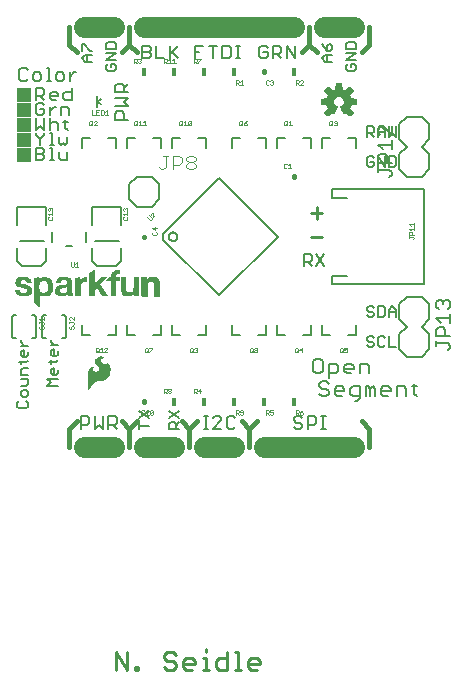
<source format=gbr>
G04 EAGLE Gerber RS-274X export*
G75*
%MOMM*%
%FSLAX34Y34*%
%LPD*%
%INSilkscreen Top*%
%IPPOS*%
%AMOC8*
5,1,8,0,0,1.08239X$1,22.5*%
G01*
%ADD10C,0.203200*%
%ADD11C,0.279400*%
%ADD12C,0.177800*%
%ADD13C,0.152400*%
%ADD14C,1.778000*%
%ADD15C,0.381000*%
%ADD16R,1.270000X1.143000*%
%ADD17C,0.025400*%
%ADD18R,0.406400X0.711200*%
%ADD19C,0.406400*%
%ADD20C,0.127000*%
%ADD21C,0.101600*%

G36*
X110920Y101746D02*
X110920Y101746D01*
X111028Y101756D01*
X111041Y101762D01*
X111055Y101764D01*
X111152Y101812D01*
X111251Y101857D01*
X111264Y101868D01*
X111273Y101872D01*
X111288Y101888D01*
X111365Y101950D01*
X113950Y104535D01*
X114013Y104624D01*
X114079Y104709D01*
X114084Y104722D01*
X114092Y104734D01*
X114123Y104837D01*
X114159Y104940D01*
X114159Y104954D01*
X114163Y104967D01*
X114159Y105075D01*
X114160Y105184D01*
X114155Y105197D01*
X114155Y105211D01*
X114117Y105313D01*
X114082Y105415D01*
X114073Y105430D01*
X114069Y105439D01*
X114055Y105456D01*
X114001Y105538D01*
X111237Y108928D01*
X111794Y110010D01*
X111800Y110030D01*
X111842Y110125D01*
X112213Y111284D01*
X116564Y111727D01*
X116668Y111755D01*
X116774Y111780D01*
X116786Y111787D01*
X116799Y111790D01*
X116889Y111851D01*
X116982Y111908D01*
X116990Y111919D01*
X117002Y111927D01*
X117068Y112013D01*
X117137Y112097D01*
X117141Y112110D01*
X117150Y112121D01*
X117184Y112224D01*
X117223Y112325D01*
X117224Y112343D01*
X117228Y112352D01*
X117228Y112374D01*
X117237Y112472D01*
X117237Y116128D01*
X117220Y116235D01*
X117206Y116343D01*
X117200Y116355D01*
X117198Y116369D01*
X117146Y116465D01*
X117099Y116562D01*
X117089Y116572D01*
X117083Y116584D01*
X117003Y116658D01*
X116927Y116735D01*
X116915Y116741D01*
X116905Y116751D01*
X116806Y116796D01*
X116709Y116844D01*
X116691Y116848D01*
X116682Y116852D01*
X116661Y116854D01*
X116564Y116873D01*
X112213Y117316D01*
X111842Y118475D01*
X111833Y118492D01*
X111831Y118500D01*
X111827Y118507D01*
X111794Y118590D01*
X111237Y119672D01*
X114001Y123062D01*
X114055Y123156D01*
X114112Y123248D01*
X114115Y123261D01*
X114122Y123273D01*
X114143Y123380D01*
X114168Y123485D01*
X114166Y123499D01*
X114169Y123513D01*
X114154Y123620D01*
X114144Y123728D01*
X114138Y123741D01*
X114136Y123755D01*
X114088Y123852D01*
X114043Y123951D01*
X114032Y123964D01*
X114028Y123973D01*
X114012Y123988D01*
X113950Y124065D01*
X111365Y126650D01*
X111276Y126713D01*
X111191Y126779D01*
X111178Y126784D01*
X111166Y126792D01*
X111063Y126823D01*
X110960Y126859D01*
X110946Y126859D01*
X110933Y126863D01*
X110825Y126859D01*
X110716Y126860D01*
X110703Y126855D01*
X110689Y126855D01*
X110587Y126817D01*
X110485Y126782D01*
X110470Y126773D01*
X110461Y126769D01*
X110444Y126755D01*
X110362Y126701D01*
X106972Y123937D01*
X105890Y124494D01*
X105870Y124500D01*
X105775Y124542D01*
X104616Y124913D01*
X104173Y129264D01*
X104145Y129368D01*
X104120Y129474D01*
X104113Y129486D01*
X104110Y129499D01*
X104049Y129589D01*
X103992Y129682D01*
X103981Y129690D01*
X103973Y129702D01*
X103887Y129768D01*
X103803Y129837D01*
X103790Y129841D01*
X103779Y129850D01*
X103676Y129884D01*
X103575Y129923D01*
X103557Y129924D01*
X103548Y129928D01*
X103526Y129928D01*
X103428Y129937D01*
X99772Y129937D01*
X99665Y129920D01*
X99557Y129906D01*
X99545Y129900D01*
X99531Y129898D01*
X99435Y129846D01*
X99338Y129799D01*
X99328Y129789D01*
X99316Y129783D01*
X99242Y129703D01*
X99165Y129627D01*
X99159Y129615D01*
X99149Y129605D01*
X99104Y129506D01*
X99056Y129409D01*
X99052Y129391D01*
X99048Y129382D01*
X99046Y129361D01*
X99027Y129264D01*
X98584Y124913D01*
X97425Y124542D01*
X97407Y124532D01*
X97310Y124494D01*
X96228Y123937D01*
X92838Y126701D01*
X92744Y126755D01*
X92652Y126812D01*
X92639Y126815D01*
X92627Y126822D01*
X92520Y126843D01*
X92415Y126868D01*
X92401Y126866D01*
X92387Y126869D01*
X92280Y126854D01*
X92172Y126844D01*
X92159Y126838D01*
X92146Y126836D01*
X92048Y126788D01*
X91949Y126743D01*
X91936Y126732D01*
X91927Y126728D01*
X91912Y126712D01*
X91835Y126650D01*
X89250Y124065D01*
X89187Y123976D01*
X89121Y123891D01*
X89116Y123878D01*
X89108Y123866D01*
X89077Y123763D01*
X89041Y123660D01*
X89041Y123646D01*
X89037Y123633D01*
X89041Y123525D01*
X89040Y123416D01*
X89045Y123403D01*
X89045Y123389D01*
X89083Y123287D01*
X89118Y123185D01*
X89127Y123170D01*
X89131Y123161D01*
X89145Y123144D01*
X89199Y123062D01*
X91963Y119672D01*
X91406Y118590D01*
X91400Y118570D01*
X91358Y118475D01*
X90987Y117316D01*
X86636Y116873D01*
X86532Y116845D01*
X86426Y116820D01*
X86414Y116813D01*
X86401Y116810D01*
X86311Y116749D01*
X86218Y116692D01*
X86210Y116681D01*
X86198Y116673D01*
X86132Y116587D01*
X86064Y116503D01*
X86059Y116490D01*
X86050Y116479D01*
X86016Y116376D01*
X85977Y116275D01*
X85976Y116257D01*
X85972Y116248D01*
X85973Y116226D01*
X85963Y116128D01*
X85963Y112472D01*
X85980Y112365D01*
X85994Y112257D01*
X86000Y112245D01*
X86002Y112231D01*
X86054Y112135D01*
X86101Y112038D01*
X86111Y112028D01*
X86117Y112016D01*
X86197Y111942D01*
X86273Y111865D01*
X86285Y111859D01*
X86296Y111849D01*
X86394Y111804D01*
X86491Y111756D01*
X86509Y111752D01*
X86518Y111748D01*
X86539Y111746D01*
X86636Y111727D01*
X90987Y111284D01*
X91358Y110125D01*
X91368Y110107D01*
X91406Y110010D01*
X91963Y108928D01*
X89199Y105538D01*
X89145Y105444D01*
X89088Y105352D01*
X89085Y105339D01*
X89078Y105327D01*
X89057Y105220D01*
X89032Y105115D01*
X89034Y105101D01*
X89031Y105087D01*
X89046Y104980D01*
X89056Y104872D01*
X89062Y104859D01*
X89064Y104846D01*
X89112Y104748D01*
X89157Y104649D01*
X89168Y104636D01*
X89172Y104627D01*
X89188Y104612D01*
X89250Y104535D01*
X91835Y101950D01*
X91924Y101887D01*
X92009Y101821D01*
X92022Y101816D01*
X92034Y101808D01*
X92137Y101777D01*
X92240Y101741D01*
X92254Y101741D01*
X92267Y101737D01*
X92375Y101741D01*
X92484Y101740D01*
X92497Y101745D01*
X92511Y101745D01*
X92613Y101783D01*
X92715Y101818D01*
X92730Y101827D01*
X92739Y101831D01*
X92756Y101845D01*
X92838Y101899D01*
X96228Y104663D01*
X97310Y104106D01*
X97363Y104089D01*
X97412Y104063D01*
X97478Y104052D01*
X97542Y104031D01*
X97598Y104032D01*
X97652Y104023D01*
X97719Y104034D01*
X97786Y104035D01*
X97838Y104053D01*
X97893Y104062D01*
X97953Y104094D01*
X98016Y104117D01*
X98059Y104151D01*
X98109Y104177D01*
X98155Y104226D01*
X98207Y104268D01*
X98238Y104315D01*
X98276Y104355D01*
X98332Y104460D01*
X98340Y104473D01*
X98341Y104478D01*
X98345Y104485D01*
X100498Y109682D01*
X100518Y109766D01*
X100523Y109778D01*
X100525Y109794D01*
X100550Y109880D01*
X100549Y109900D01*
X100554Y109920D01*
X100546Y110002D01*
X100547Y110021D01*
X100543Y110041D01*
X100539Y110124D01*
X100532Y110143D01*
X100530Y110163D01*
X100498Y110232D01*
X100492Y110259D01*
X100477Y110283D01*
X100450Y110352D01*
X100437Y110367D01*
X100429Y110385D01*
X100384Y110434D01*
X100364Y110466D01*
X100332Y110492D01*
X100293Y110538D01*
X100272Y110553D01*
X100262Y110563D01*
X100241Y110575D01*
X100178Y110619D01*
X100175Y110621D01*
X100174Y110621D01*
X100172Y110623D01*
X99288Y111118D01*
X98609Y111745D01*
X98095Y112514D01*
X97775Y113382D01*
X97667Y114299D01*
X97780Y115234D01*
X98111Y116115D01*
X98643Y116892D01*
X99344Y117521D01*
X100174Y117964D01*
X101086Y118198D01*
X102028Y118208D01*
X102944Y117994D01*
X103784Y117569D01*
X104498Y116956D01*
X105047Y116191D01*
X105398Y115317D01*
X105531Y114385D01*
X105439Y113448D01*
X105127Y112560D01*
X104612Y111772D01*
X103925Y111128D01*
X103026Y110622D01*
X102986Y110589D01*
X102944Y110567D01*
X102913Y110534D01*
X102865Y110499D01*
X102852Y110482D01*
X102836Y110469D01*
X102801Y110415D01*
X102777Y110389D01*
X102764Y110358D01*
X102722Y110301D01*
X102716Y110281D01*
X102705Y110263D01*
X102687Y110190D01*
X102677Y110167D01*
X102674Y110143D01*
X102651Y110068D01*
X102652Y110047D01*
X102647Y110026D01*
X102654Y109942D01*
X102653Y109924D01*
X102656Y109908D01*
X102659Y109824D01*
X102667Y109798D01*
X102668Y109783D01*
X102678Y109761D01*
X102702Y109682D01*
X103010Y108937D01*
X103011Y108937D01*
X103321Y108188D01*
X103631Y107439D01*
X103631Y107438D01*
X103942Y106690D01*
X103942Y106689D01*
X104252Y105940D01*
X104562Y105191D01*
X104563Y105191D01*
X104855Y104485D01*
X104884Y104438D01*
X104905Y104386D01*
X104948Y104335D01*
X104984Y104278D01*
X105027Y104243D01*
X105063Y104200D01*
X105120Y104166D01*
X105172Y104123D01*
X105224Y104104D01*
X105272Y104075D01*
X105338Y104061D01*
X105401Y104037D01*
X105456Y104035D01*
X105510Y104024D01*
X105577Y104031D01*
X105644Y104029D01*
X105698Y104045D01*
X105753Y104052D01*
X105864Y104096D01*
X105878Y104100D01*
X105882Y104103D01*
X105890Y104106D01*
X106972Y104663D01*
X110362Y101899D01*
X110456Y101845D01*
X110548Y101788D01*
X110561Y101785D01*
X110573Y101778D01*
X110680Y101757D01*
X110785Y101732D01*
X110799Y101734D01*
X110813Y101731D01*
X110920Y101746D01*
G37*
G36*
X-110480Y-129639D02*
X-110480Y-129639D01*
X-110476Y-129641D01*
X-110406Y-129605D01*
X-110396Y-129600D01*
X-110395Y-129599D01*
X-105523Y-124117D01*
X-104669Y-123335D01*
X-103679Y-122746D01*
X-103328Y-122619D01*
X-102960Y-122554D01*
X-100685Y-122554D01*
X-100680Y-122552D01*
X-100674Y-122554D01*
X-99310Y-122430D01*
X-99300Y-122424D01*
X-99288Y-122426D01*
X-97969Y-122058D01*
X-97961Y-122050D01*
X-97948Y-122049D01*
X-96718Y-121449D01*
X-96711Y-121442D01*
X-96700Y-121439D01*
X-95543Y-120622D01*
X-95538Y-120614D01*
X-95529Y-120611D01*
X-94498Y-119639D01*
X-94495Y-119631D01*
X-94489Y-119629D01*
X-94489Y-119627D01*
X-94486Y-119626D01*
X-93601Y-118519D01*
X-93599Y-118509D01*
X-93590Y-118502D01*
X-92643Y-116821D01*
X-92642Y-116810D01*
X-92634Y-116800D01*
X-92006Y-114976D01*
X-92007Y-114965D01*
X-92000Y-114954D01*
X-91712Y-113047D01*
X-91715Y-113036D01*
X-91711Y-113024D01*
X-91712Y-112972D01*
X-91720Y-112720D01*
X-91724Y-112594D01*
X-91724Y-112593D01*
X-91732Y-112341D01*
X-91740Y-112089D01*
X-91740Y-112088D01*
X-91744Y-111962D01*
X-91752Y-111710D01*
X-91763Y-111331D01*
X-91771Y-111096D01*
X-91775Y-111087D01*
X-91773Y-111075D01*
X-91980Y-110036D01*
X-91985Y-110028D01*
X-91985Y-110018D01*
X-92343Y-109020D01*
X-92349Y-109013D01*
X-92350Y-109002D01*
X-92852Y-108068D01*
X-92861Y-108061D01*
X-92864Y-108049D01*
X-93771Y-106912D01*
X-93782Y-106906D01*
X-93789Y-106893D01*
X-94915Y-105972D01*
X-94958Y-105960D01*
X-94999Y-105944D01*
X-95004Y-105946D01*
X-95010Y-105945D01*
X-95048Y-105967D01*
X-95088Y-105985D01*
X-95091Y-105991D01*
X-95095Y-105993D01*
X-95103Y-106022D01*
X-95121Y-106070D01*
X-95121Y-106950D01*
X-95137Y-107071D01*
X-95181Y-107173D01*
X-95455Y-107513D01*
X-95816Y-107761D01*
X-95990Y-107826D01*
X-96529Y-107884D01*
X-97058Y-107786D01*
X-97546Y-107537D01*
X-98448Y-106886D01*
X-98860Y-106532D01*
X-99211Y-106122D01*
X-99494Y-105664D01*
X-99700Y-105170D01*
X-99759Y-104870D01*
X-99747Y-104567D01*
X-99590Y-104048D01*
X-99304Y-103588D01*
X-98909Y-103218D01*
X-98428Y-102963D01*
X-97938Y-102825D01*
X-97427Y-102767D01*
X-96824Y-102767D01*
X-96823Y-102767D01*
X-96802Y-102758D01*
X-96733Y-102729D01*
X-96698Y-102637D01*
X-96702Y-102628D01*
X-96736Y-102552D01*
X-96738Y-102549D01*
X-96739Y-102548D01*
X-96740Y-102547D01*
X-96761Y-102527D01*
X-96768Y-102524D01*
X-96772Y-102516D01*
X-97207Y-102178D01*
X-97222Y-102174D01*
X-97234Y-102162D01*
X-97738Y-101941D01*
X-97739Y-101941D01*
X-98095Y-101789D01*
X-98323Y-101688D01*
X-98334Y-101688D01*
X-98343Y-101681D01*
X-99221Y-101461D01*
X-99230Y-101463D01*
X-99240Y-101458D01*
X-100140Y-101372D01*
X-100150Y-101376D01*
X-100162Y-101372D01*
X-101030Y-101438D01*
X-101041Y-101444D01*
X-101054Y-101443D01*
X-101894Y-101674D01*
X-101904Y-101682D01*
X-101917Y-101683D01*
X-102697Y-102071D01*
X-102704Y-102079D01*
X-102715Y-102082D01*
X-103492Y-102642D01*
X-103496Y-102649D01*
X-103505Y-102653D01*
X-104201Y-103311D01*
X-104206Y-103322D01*
X-104217Y-103330D01*
X-104648Y-103933D01*
X-104651Y-103948D01*
X-104663Y-103961D01*
X-104930Y-104653D01*
X-104930Y-104669D01*
X-104938Y-104684D01*
X-105025Y-105421D01*
X-105020Y-105436D01*
X-105024Y-105453D01*
X-104925Y-106188D01*
X-104917Y-106201D01*
X-104917Y-106218D01*
X-104637Y-106906D01*
X-104628Y-106915D01*
X-104625Y-106929D01*
X-103438Y-108687D01*
X-103430Y-108693D01*
X-103426Y-108703D01*
X-101973Y-110244D01*
X-101603Y-110679D01*
X-101363Y-111182D01*
X-101261Y-111730D01*
X-101304Y-112286D01*
X-101490Y-112811D01*
X-101805Y-113271D01*
X-102230Y-113636D01*
X-102773Y-113929D01*
X-103359Y-114127D01*
X-103969Y-114224D01*
X-104680Y-114189D01*
X-105358Y-113982D01*
X-105964Y-113617D01*
X-106277Y-113289D01*
X-106483Y-112885D01*
X-106576Y-112469D01*
X-106576Y-112041D01*
X-106483Y-111626D01*
X-106411Y-111488D01*
X-106293Y-111374D01*
X-105469Y-110775D01*
X-105336Y-110704D01*
X-105198Y-110676D01*
X-105040Y-110692D01*
X-104997Y-110678D01*
X-104952Y-110667D01*
X-104950Y-110663D01*
X-104946Y-110662D01*
X-104926Y-110621D01*
X-104903Y-110582D01*
X-104904Y-110578D01*
X-104902Y-110574D01*
X-104917Y-110531D01*
X-104930Y-110487D01*
X-104933Y-110485D01*
X-104935Y-110481D01*
X-104972Y-110462D01*
X-105008Y-110441D01*
X-105491Y-110365D01*
X-105496Y-110367D01*
X-105501Y-110364D01*
X-106441Y-110291D01*
X-106450Y-110294D01*
X-106461Y-110291D01*
X-107401Y-110364D01*
X-107411Y-110369D01*
X-107423Y-110368D01*
X-108122Y-110552D01*
X-108132Y-110560D01*
X-108146Y-110561D01*
X-108794Y-110882D01*
X-108802Y-110891D01*
X-108816Y-110895D01*
X-109386Y-111340D01*
X-109392Y-111351D01*
X-109404Y-111357D01*
X-109874Y-111907D01*
X-109878Y-111919D01*
X-109889Y-111928D01*
X-110290Y-112660D01*
X-110291Y-112673D01*
X-110300Y-112684D01*
X-110540Y-113483D01*
X-110539Y-113496D01*
X-110545Y-113509D01*
X-110615Y-114340D01*
X-110613Y-114346D01*
X-110615Y-114351D01*
X-110615Y-129515D01*
X-110613Y-129520D01*
X-110615Y-129524D01*
X-110594Y-129564D01*
X-110577Y-129606D01*
X-110572Y-129608D01*
X-110570Y-129612D01*
X-110527Y-129625D01*
X-110485Y-129641D01*
X-110480Y-129639D01*
G37*
G36*
X-152013Y-59637D02*
X-152013Y-59637D01*
X-152011Y-59638D01*
X-151968Y-59617D01*
X-151926Y-59597D01*
X-151925Y-59595D01*
X-151923Y-59594D01*
X-151916Y-59572D01*
X-151893Y-59512D01*
X-151893Y-48408D01*
X-151892Y-48410D01*
X-151372Y-49126D01*
X-151361Y-49133D01*
X-151354Y-49146D01*
X-150694Y-49736D01*
X-150682Y-49740D01*
X-150672Y-49751D01*
X-149903Y-50188D01*
X-149890Y-50190D01*
X-149878Y-50199D01*
X-149034Y-50463D01*
X-149023Y-50462D01*
X-149012Y-50468D01*
X-147795Y-50623D01*
X-147786Y-50621D01*
X-147777Y-50624D01*
X-146550Y-50607D01*
X-146542Y-50604D01*
X-146532Y-50606D01*
X-145320Y-50417D01*
X-145311Y-50412D01*
X-145300Y-50412D01*
X-144381Y-50118D01*
X-144373Y-50111D01*
X-144361Y-50109D01*
X-143505Y-49663D01*
X-143499Y-49655D01*
X-143487Y-49652D01*
X-142719Y-49067D01*
X-142714Y-49058D01*
X-142703Y-49053D01*
X-142046Y-48346D01*
X-142042Y-48336D01*
X-142032Y-48329D01*
X-141260Y-47144D01*
X-141258Y-47134D01*
X-141250Y-47125D01*
X-140694Y-45825D01*
X-140694Y-45814D01*
X-140687Y-45804D01*
X-140364Y-44428D01*
X-140366Y-44417D01*
X-140361Y-44406D01*
X-140243Y-42191D01*
X-140247Y-42180D01*
X-140244Y-42168D01*
X-140527Y-39968D01*
X-140532Y-39958D01*
X-140532Y-39946D01*
X-141206Y-37833D01*
X-141214Y-37823D01*
X-141216Y-37810D01*
X-141795Y-36769D01*
X-141806Y-36761D01*
X-141811Y-36747D01*
X-142603Y-35857D01*
X-142613Y-35852D01*
X-142619Y-35842D01*
X-143443Y-35189D01*
X-143451Y-35187D01*
X-143457Y-35180D01*
X-144359Y-34639D01*
X-144369Y-34637D01*
X-144378Y-34629D01*
X-145403Y-34229D01*
X-145415Y-34229D01*
X-145427Y-34222D01*
X-146512Y-34039D01*
X-146523Y-34041D01*
X-146535Y-34037D01*
X-148516Y-34062D01*
X-148527Y-34067D01*
X-148540Y-34065D01*
X-149022Y-34167D01*
X-149031Y-34173D01*
X-149043Y-34173D01*
X-150364Y-34706D01*
X-150371Y-34713D01*
X-150381Y-34714D01*
X-150775Y-34947D01*
X-150782Y-34956D01*
X-150794Y-34961D01*
X-151137Y-35262D01*
X-151140Y-35268D01*
X-151147Y-35271D01*
X-152036Y-36236D01*
X-152036Y-36237D01*
X-152037Y-36238D01*
X-152171Y-36387D01*
X-152147Y-34470D01*
X-152153Y-34455D01*
X-152150Y-34441D01*
X-152170Y-34412D01*
X-152184Y-34378D01*
X-152198Y-34373D01*
X-152207Y-34360D01*
X-152248Y-34353D01*
X-152275Y-34342D01*
X-152285Y-34346D01*
X-152297Y-34344D01*
X-156183Y-35080D01*
X-156216Y-35102D01*
X-156252Y-35119D01*
X-156256Y-35129D01*
X-156264Y-35135D01*
X-156270Y-35164D01*
X-156285Y-35204D01*
X-156285Y-55778D01*
X-156283Y-55784D01*
X-156285Y-55791D01*
X-156256Y-55848D01*
X-156247Y-55869D01*
X-156245Y-55870D01*
X-156244Y-55872D01*
X-152104Y-59606D01*
X-152059Y-59621D01*
X-152015Y-59638D01*
X-152013Y-59637D01*
G37*
G36*
X-132826Y-50655D02*
X-132826Y-50655D01*
X-132815Y-50658D01*
X-131197Y-50417D01*
X-131188Y-50411D01*
X-131175Y-50412D01*
X-130140Y-50060D01*
X-130131Y-50052D01*
X-130119Y-50050D01*
X-129168Y-49510D01*
X-129161Y-49501D01*
X-129148Y-49496D01*
X-128321Y-48793D01*
X-128297Y-48777D01*
X-128288Y-48776D01*
X-128280Y-48778D01*
X-128274Y-48784D01*
X-128264Y-48807D01*
X-128037Y-49836D01*
X-128036Y-49839D01*
X-128036Y-49842D01*
X-127960Y-50122D01*
X-127949Y-50136D01*
X-127946Y-50155D01*
X-127924Y-50191D01*
X-127900Y-50208D01*
X-127873Y-50237D01*
X-127836Y-50256D01*
X-127806Y-50258D01*
X-127768Y-50269D01*
X-127732Y-50266D01*
X-123698Y-50266D01*
X-123675Y-50257D01*
X-123650Y-50257D01*
X-123632Y-50238D01*
X-123607Y-50228D01*
X-123598Y-50205D01*
X-123581Y-50187D01*
X-123580Y-50158D01*
X-123572Y-50136D01*
X-123580Y-50118D01*
X-123580Y-50096D01*
X-123654Y-49897D01*
X-124003Y-48602D01*
X-124105Y-47265D01*
X-124080Y-42927D01*
X-124081Y-42924D01*
X-124080Y-42922D01*
X-124100Y-42879D01*
X-124113Y-42846D01*
X-124105Y-42824D01*
X-124105Y-37998D01*
X-124108Y-37991D01*
X-124106Y-37983D01*
X-124197Y-37247D01*
X-124204Y-37234D01*
X-124204Y-37217D01*
X-124471Y-36526D01*
X-124482Y-36516D01*
X-124486Y-36499D01*
X-124913Y-35894D01*
X-124926Y-35886D01*
X-124934Y-35871D01*
X-125496Y-35388D01*
X-125509Y-35384D01*
X-125519Y-35373D01*
X-126822Y-34679D01*
X-126834Y-34678D01*
X-126845Y-34670D01*
X-128259Y-34245D01*
X-128269Y-34246D01*
X-128278Y-34241D01*
X-130017Y-34011D01*
X-130025Y-34013D01*
X-130033Y-34010D01*
X-131787Y-34002D01*
X-131794Y-34005D01*
X-131803Y-34002D01*
X-133543Y-34216D01*
X-133551Y-34220D01*
X-133561Y-34219D01*
X-134790Y-34553D01*
X-134798Y-34560D01*
X-134809Y-34560D01*
X-135967Y-35089D01*
X-135975Y-35098D01*
X-135988Y-35101D01*
X-136805Y-35675D01*
X-136812Y-35686D01*
X-136825Y-35692D01*
X-137508Y-36422D01*
X-137511Y-36431D01*
X-137513Y-36431D01*
X-137515Y-36436D01*
X-137524Y-36443D01*
X-138043Y-37296D01*
X-138045Y-37309D01*
X-138055Y-37320D01*
X-138389Y-38261D01*
X-138388Y-38274D01*
X-138395Y-38287D01*
X-138517Y-39178D01*
X-138520Y-39180D01*
X-138521Y-39180D01*
X-138540Y-39229D01*
X-138556Y-39272D01*
X-138554Y-39277D01*
X-138521Y-39356D01*
X-138496Y-39382D01*
X-138456Y-39399D01*
X-138418Y-39420D01*
X-138412Y-39418D01*
X-138405Y-39420D01*
X-138365Y-39403D01*
X-138335Y-39394D01*
X-134188Y-39394D01*
X-134186Y-39393D01*
X-134184Y-39394D01*
X-134141Y-39374D01*
X-134097Y-39356D01*
X-134097Y-39354D01*
X-134095Y-39353D01*
X-134062Y-39268D01*
X-134062Y-39226D01*
X-133999Y-38694D01*
X-133815Y-38199D01*
X-133520Y-37761D01*
X-133130Y-37405D01*
X-132666Y-37150D01*
X-132105Y-36985D01*
X-131518Y-36931D01*
X-130163Y-36981D01*
X-129794Y-37042D01*
X-129448Y-37170D01*
X-129134Y-37363D01*
X-128881Y-37597D01*
X-128682Y-37876D01*
X-128543Y-38190D01*
X-128432Y-38711D01*
X-128432Y-39242D01*
X-128543Y-39763D01*
X-128585Y-39860D01*
X-128645Y-39947D01*
X-128929Y-40208D01*
X-129357Y-40454D01*
X-129826Y-40619D01*
X-131132Y-40845D01*
X-133338Y-41073D01*
X-133342Y-41076D01*
X-133347Y-41075D01*
X-134884Y-41353D01*
X-134892Y-41357D01*
X-134901Y-41357D01*
X-136386Y-41841D01*
X-136394Y-41848D01*
X-136406Y-41849D01*
X-137102Y-42215D01*
X-137110Y-42225D01*
X-137123Y-42229D01*
X-137733Y-42727D01*
X-137739Y-42738D01*
X-137749Y-42744D01*
X-137750Y-42744D01*
X-137751Y-42745D01*
X-138249Y-43354D01*
X-138253Y-43367D01*
X-138264Y-43378D01*
X-138693Y-44240D01*
X-138694Y-44255D01*
X-138703Y-44269D01*
X-138909Y-45210D01*
X-138907Y-45223D01*
X-138912Y-45237D01*
X-138915Y-46298D01*
X-138910Y-46308D01*
X-138913Y-46321D01*
X-138724Y-47365D01*
X-138718Y-47374D01*
X-138718Y-47387D01*
X-138345Y-48380D01*
X-138337Y-48389D01*
X-138335Y-48401D01*
X-138043Y-48884D01*
X-138034Y-48891D01*
X-138029Y-48903D01*
X-137652Y-49323D01*
X-137641Y-49328D01*
X-137634Y-49339D01*
X-137186Y-49681D01*
X-137173Y-49685D01*
X-137163Y-49695D01*
X-135894Y-50301D01*
X-135881Y-50301D01*
X-135868Y-50310D01*
X-134496Y-50618D01*
X-134484Y-50616D01*
X-134471Y-50621D01*
X-132836Y-50659D01*
X-132826Y-50655D01*
G37*
G36*
X-105459Y-50392D02*
X-105459Y-50392D01*
X-105457Y-50393D01*
X-105414Y-50373D01*
X-105370Y-50355D01*
X-105370Y-50353D01*
X-105368Y-50352D01*
X-105335Y-50267D01*
X-105335Y-44859D01*
X-103680Y-43252D01*
X-99447Y-50230D01*
X-99432Y-50241D01*
X-99424Y-50258D01*
X-99390Y-50271D01*
X-99367Y-50288D01*
X-99354Y-50286D01*
X-99340Y-50291D01*
X-94260Y-50316D01*
X-94224Y-50301D01*
X-94186Y-50293D01*
X-94180Y-50283D01*
X-94169Y-50278D01*
X-94155Y-50242D01*
X-94134Y-50209D01*
X-94137Y-50197D01*
X-94133Y-50187D01*
X-94145Y-50159D01*
X-94154Y-50120D01*
X-100751Y-40225D01*
X-95060Y-34659D01*
X-95059Y-34658D01*
X-95057Y-34657D01*
X-95040Y-34612D01*
X-95022Y-34568D01*
X-95022Y-34567D01*
X-95022Y-34565D01*
X-95042Y-34522D01*
X-95061Y-34478D01*
X-95062Y-34477D01*
X-95063Y-34476D01*
X-95148Y-34443D01*
X-99822Y-34443D01*
X-99825Y-34444D01*
X-99828Y-34443D01*
X-99911Y-34480D01*
X-105386Y-39954D01*
X-105386Y-28524D01*
X-105399Y-28492D01*
X-105404Y-28458D01*
X-105418Y-28448D01*
X-105424Y-28433D01*
X-105456Y-28421D01*
X-105485Y-28401D01*
X-105502Y-28403D01*
X-105516Y-28398D01*
X-105541Y-28409D01*
X-105575Y-28414D01*
X-109715Y-30776D01*
X-109727Y-30793D01*
X-109745Y-30801D01*
X-109758Y-30833D01*
X-109774Y-30855D01*
X-109772Y-30870D01*
X-109778Y-30886D01*
X-109778Y-50216D01*
X-109777Y-50219D01*
X-109778Y-50222D01*
X-109741Y-50305D01*
X-109690Y-50356D01*
X-109687Y-50358D01*
X-109686Y-50360D01*
X-109601Y-50393D01*
X-105461Y-50393D01*
X-105459Y-50392D01*
G37*
G36*
X-76532Y-50667D02*
X-76532Y-50667D01*
X-76525Y-50664D01*
X-76516Y-50666D01*
X-75038Y-50442D01*
X-75030Y-50437D01*
X-75020Y-50438D01*
X-74758Y-50357D01*
X-74750Y-50351D01*
X-74738Y-50350D01*
X-74493Y-50227D01*
X-74486Y-50220D01*
X-74476Y-50217D01*
X-73546Y-49558D01*
X-73541Y-49550D01*
X-73532Y-49547D01*
X-72705Y-48762D01*
X-72702Y-48754D01*
X-72693Y-48749D01*
X-72186Y-48108D01*
X-72186Y-50165D01*
X-72185Y-50167D01*
X-72186Y-50169D01*
X-72166Y-50212D01*
X-72148Y-50256D01*
X-72146Y-50256D01*
X-72145Y-50258D01*
X-72060Y-50291D01*
X-68047Y-50291D01*
X-68045Y-50290D01*
X-68043Y-50291D01*
X-68000Y-50271D01*
X-67956Y-50253D01*
X-67956Y-50251D01*
X-67954Y-50250D01*
X-67921Y-50165D01*
X-67921Y-34544D01*
X-67922Y-34542D01*
X-67921Y-34540D01*
X-67941Y-34497D01*
X-67959Y-34453D01*
X-67961Y-34453D01*
X-67962Y-34451D01*
X-68047Y-34418D01*
X-72263Y-34418D01*
X-72265Y-34419D01*
X-72267Y-34418D01*
X-72310Y-34438D01*
X-72354Y-34456D01*
X-72354Y-34458D01*
X-72356Y-34459D01*
X-72389Y-34544D01*
X-72389Y-42846D01*
X-72465Y-44076D01*
X-72690Y-45280D01*
X-72899Y-45830D01*
X-73226Y-46315D01*
X-73657Y-46712D01*
X-74167Y-47000D01*
X-74858Y-47212D01*
X-75579Y-47279D01*
X-76298Y-47199D01*
X-76987Y-46976D01*
X-77382Y-46751D01*
X-77723Y-46450D01*
X-77995Y-46088D01*
X-78338Y-45320D01*
X-78487Y-44490D01*
X-78487Y-34493D01*
X-78488Y-34491D01*
X-78487Y-34489D01*
X-78507Y-34446D01*
X-78525Y-34402D01*
X-78527Y-34402D01*
X-78528Y-34400D01*
X-78613Y-34367D01*
X-82753Y-34367D01*
X-82755Y-34368D01*
X-82757Y-34367D01*
X-82800Y-34387D01*
X-82844Y-34405D01*
X-82844Y-34407D01*
X-82846Y-34408D01*
X-82879Y-34493D01*
X-82879Y-45288D01*
X-82877Y-45293D01*
X-82879Y-45300D01*
X-82778Y-46399D01*
X-82773Y-46408D01*
X-82773Y-46409D01*
X-82772Y-46411D01*
X-82774Y-46422D01*
X-82474Y-47485D01*
X-82467Y-47494D01*
X-82466Y-47507D01*
X-81978Y-48497D01*
X-81969Y-48505D01*
X-81966Y-48517D01*
X-81305Y-49402D01*
X-81295Y-49409D01*
X-81288Y-49421D01*
X-81034Y-49649D01*
X-81026Y-49652D01*
X-81025Y-49654D01*
X-81020Y-49656D01*
X-81014Y-49664D01*
X-80112Y-50190D01*
X-80100Y-50192D01*
X-80090Y-50200D01*
X-79104Y-50543D01*
X-79092Y-50542D01*
X-79080Y-50549D01*
X-78047Y-50696D01*
X-78037Y-50693D01*
X-78026Y-50697D01*
X-76532Y-50667D01*
G37*
G36*
X-61339Y-50366D02*
X-61339Y-50366D01*
X-61337Y-50367D01*
X-61294Y-50347D01*
X-61250Y-50329D01*
X-61250Y-50327D01*
X-61248Y-50326D01*
X-61215Y-50241D01*
X-61215Y-40875D01*
X-61135Y-40092D01*
X-60918Y-39342D01*
X-60555Y-38663D01*
X-60038Y-38094D01*
X-59581Y-37780D01*
X-59065Y-37576D01*
X-58509Y-37489D01*
X-57404Y-37439D01*
X-57088Y-37456D01*
X-56788Y-37533D01*
X-56353Y-37750D01*
X-55979Y-38059D01*
X-55683Y-38446D01*
X-55373Y-39088D01*
X-55182Y-39776D01*
X-55117Y-40494D01*
X-55117Y-50140D01*
X-55116Y-50142D01*
X-55117Y-50144D01*
X-55097Y-50187D01*
X-55079Y-50231D01*
X-55077Y-50231D01*
X-55076Y-50233D01*
X-54991Y-50266D01*
X-50902Y-50266D01*
X-50900Y-50265D01*
X-50898Y-50266D01*
X-50855Y-50246D01*
X-50811Y-50228D01*
X-50811Y-50226D01*
X-50809Y-50225D01*
X-50776Y-50140D01*
X-50776Y-39599D01*
X-50778Y-39594D01*
X-50776Y-39589D01*
X-50867Y-38460D01*
X-50870Y-38452D01*
X-50869Y-38443D01*
X-51109Y-37336D01*
X-51114Y-37328D01*
X-51114Y-37318D01*
X-51383Y-36613D01*
X-51391Y-36605D01*
X-51393Y-36593D01*
X-51777Y-35944D01*
X-51786Y-35938D01*
X-51790Y-35926D01*
X-52279Y-35351D01*
X-52290Y-35346D01*
X-52297Y-35334D01*
X-53082Y-34716D01*
X-53095Y-34713D01*
X-53106Y-34701D01*
X-54011Y-34279D01*
X-54025Y-34278D01*
X-54039Y-34270D01*
X-55016Y-34064D01*
X-55027Y-34067D01*
X-55039Y-34062D01*
X-57045Y-34012D01*
X-57055Y-34016D01*
X-57066Y-34013D01*
X-58118Y-34168D01*
X-58129Y-34175D01*
X-58144Y-34175D01*
X-59140Y-34544D01*
X-59150Y-34553D01*
X-59164Y-34556D01*
X-60062Y-35123D01*
X-60069Y-35132D01*
X-60080Y-35136D01*
X-60541Y-35552D01*
X-60544Y-35560D01*
X-60552Y-35564D01*
X-60954Y-36037D01*
X-60956Y-36042D01*
X-60960Y-36044D01*
X-61237Y-36422D01*
X-61351Y-36558D01*
X-61393Y-36587D01*
X-61393Y-34519D01*
X-61394Y-34517D01*
X-61393Y-34515D01*
X-61413Y-34472D01*
X-61431Y-34428D01*
X-61433Y-34428D01*
X-61434Y-34426D01*
X-61519Y-34393D01*
X-65557Y-34393D01*
X-65559Y-34394D01*
X-65561Y-34393D01*
X-65604Y-34413D01*
X-65648Y-34431D01*
X-65648Y-34433D01*
X-65650Y-34434D01*
X-65683Y-34519D01*
X-65683Y-50241D01*
X-65682Y-50243D01*
X-65683Y-50245D01*
X-65663Y-50288D01*
X-65645Y-50332D01*
X-65643Y-50332D01*
X-65642Y-50334D01*
X-65557Y-50367D01*
X-61341Y-50367D01*
X-61339Y-50366D01*
G37*
G36*
X-163921Y-50600D02*
X-163921Y-50600D01*
X-163915Y-50598D01*
X-163908Y-50599D01*
X-162594Y-50417D01*
X-162586Y-50413D01*
X-162577Y-50414D01*
X-161577Y-50131D01*
X-161568Y-50124D01*
X-161556Y-50123D01*
X-160621Y-49672D01*
X-160614Y-49664D01*
X-160602Y-49661D01*
X-159758Y-49055D01*
X-159753Y-49045D01*
X-159742Y-49040D01*
X-159016Y-48297D01*
X-159012Y-48287D01*
X-159001Y-48279D01*
X-158622Y-47715D01*
X-158620Y-47704D01*
X-158611Y-47694D01*
X-158345Y-47069D01*
X-158345Y-47057D01*
X-158338Y-47046D01*
X-158195Y-46382D01*
X-158196Y-46373D01*
X-158192Y-46364D01*
X-158116Y-45323D01*
X-158119Y-45314D01*
X-158116Y-45303D01*
X-158210Y-44248D01*
X-158217Y-44235D01*
X-158217Y-44219D01*
X-158554Y-43216D01*
X-158564Y-43205D01*
X-158566Y-43190D01*
X-158818Y-42778D01*
X-158828Y-42771D01*
X-158834Y-42757D01*
X-159166Y-42407D01*
X-159177Y-42403D01*
X-159183Y-42392D01*
X-159875Y-41884D01*
X-159883Y-41882D01*
X-159890Y-41874D01*
X-160646Y-41469D01*
X-160655Y-41468D01*
X-160662Y-41462D01*
X-162318Y-40852D01*
X-162326Y-40852D01*
X-162334Y-40847D01*
X-164057Y-40466D01*
X-164058Y-40466D01*
X-164059Y-40465D01*
X-166082Y-40061D01*
X-166834Y-39789D01*
X-167509Y-39373D01*
X-167792Y-39080D01*
X-167976Y-38719D01*
X-168041Y-38350D01*
X-167993Y-37978D01*
X-167838Y-37636D01*
X-167605Y-37368D01*
X-167304Y-37173D01*
X-166880Y-37016D01*
X-166431Y-36931D01*
X-165583Y-36887D01*
X-164735Y-36931D01*
X-164239Y-37029D01*
X-163772Y-37218D01*
X-163350Y-37489D01*
X-163074Y-37753D01*
X-162856Y-38066D01*
X-162706Y-38418D01*
X-162651Y-38661D01*
X-162635Y-38921D01*
X-162614Y-38963D01*
X-162594Y-39006D01*
X-162592Y-39007D01*
X-162591Y-39009D01*
X-162572Y-39015D01*
X-162509Y-39039D01*
X-158623Y-39039D01*
X-158614Y-39036D01*
X-158606Y-39038D01*
X-158570Y-39017D01*
X-158532Y-39001D01*
X-158529Y-38992D01*
X-158521Y-38987D01*
X-158507Y-38936D01*
X-158497Y-38909D01*
X-158499Y-38905D01*
X-158498Y-38902D01*
X-158498Y-38901D01*
X-158497Y-38900D01*
X-158573Y-38189D01*
X-158579Y-38179D01*
X-158577Y-38168D01*
X-158582Y-38162D01*
X-158582Y-38155D01*
X-158574Y-38142D01*
X-158580Y-38118D01*
X-158577Y-38109D01*
X-158581Y-38101D01*
X-158580Y-38082D01*
X-158783Y-37524D01*
X-158787Y-37520D01*
X-158787Y-37515D01*
X-159143Y-36727D01*
X-159150Y-36721D01*
X-159152Y-36710D01*
X-159438Y-36268D01*
X-159446Y-36263D01*
X-159450Y-36253D01*
X-159798Y-35858D01*
X-159808Y-35853D01*
X-159815Y-35842D01*
X-160774Y-35085D01*
X-160787Y-35082D01*
X-160797Y-35071D01*
X-161894Y-34533D01*
X-161906Y-34532D01*
X-161917Y-34524D01*
X-163268Y-34156D01*
X-163278Y-34157D01*
X-163288Y-34152D01*
X-164681Y-34012D01*
X-164688Y-34014D01*
X-164694Y-34012D01*
X-166497Y-34012D01*
X-166503Y-34014D01*
X-166511Y-34012D01*
X-167940Y-34167D01*
X-167950Y-34173D01*
X-167963Y-34172D01*
X-169341Y-34583D01*
X-169350Y-34590D01*
X-169362Y-34591D01*
X-170643Y-35245D01*
X-170651Y-35254D01*
X-170663Y-35257D01*
X-171139Y-35627D01*
X-171145Y-35637D01*
X-171157Y-35643D01*
X-171551Y-36098D01*
X-171555Y-36109D01*
X-171566Y-36118D01*
X-171865Y-36640D01*
X-171866Y-36653D01*
X-171875Y-36663D01*
X-172233Y-37747D01*
X-172232Y-37759D01*
X-172238Y-37772D01*
X-172367Y-38906D01*
X-172364Y-38918D01*
X-172367Y-38932D01*
X-172262Y-40068D01*
X-172256Y-40079D01*
X-172257Y-40093D01*
X-172105Y-40582D01*
X-172097Y-40592D01*
X-172095Y-40606D01*
X-171846Y-41053D01*
X-171835Y-41061D01*
X-171831Y-41075D01*
X-171494Y-41460D01*
X-171484Y-41465D01*
X-171478Y-41476D01*
X-170801Y-42013D01*
X-170792Y-42016D01*
X-170785Y-42024D01*
X-170034Y-42451D01*
X-170025Y-42452D01*
X-170017Y-42459D01*
X-169209Y-42765D01*
X-169201Y-42765D01*
X-169193Y-42770D01*
X-165562Y-43633D01*
X-164388Y-43939D01*
X-163281Y-44409D01*
X-162945Y-44640D01*
X-162680Y-44944D01*
X-162499Y-45306D01*
X-162414Y-45701D01*
X-162431Y-46105D01*
X-162548Y-46490D01*
X-162757Y-46835D01*
X-163044Y-47119D01*
X-163557Y-47431D01*
X-164124Y-47628D01*
X-164727Y-47702D01*
X-166057Y-47702D01*
X-166619Y-47629D01*
X-167206Y-47412D01*
X-167733Y-47075D01*
X-168175Y-46632D01*
X-168431Y-46218D01*
X-168577Y-45756D01*
X-168606Y-45259D01*
X-168606Y-45212D01*
X-168607Y-45210D01*
X-168606Y-45208D01*
X-168626Y-45165D01*
X-168644Y-45121D01*
X-168646Y-45121D01*
X-168647Y-45119D01*
X-168732Y-45086D01*
X-172593Y-45086D01*
X-172599Y-45088D01*
X-172606Y-45086D01*
X-172618Y-45093D01*
X-172632Y-45092D01*
X-172634Y-45093D01*
X-172635Y-45093D01*
X-172657Y-45113D01*
X-172684Y-45124D01*
X-172686Y-45131D01*
X-172692Y-45134D01*
X-172697Y-45148D01*
X-172707Y-45157D01*
X-172707Y-45158D01*
X-172708Y-45160D01*
X-172709Y-45187D01*
X-172711Y-45194D01*
X-172719Y-45216D01*
X-172718Y-45218D01*
X-172719Y-45221D01*
X-172694Y-45577D01*
X-172691Y-45583D01*
X-172692Y-45590D01*
X-172590Y-46174D01*
X-172585Y-46182D01*
X-172586Y-46193D01*
X-172154Y-47463D01*
X-172147Y-47470D01*
X-172146Y-47480D01*
X-171837Y-48076D01*
X-171827Y-48083D01*
X-171823Y-48096D01*
X-171403Y-48620D01*
X-171392Y-48625D01*
X-171386Y-48637D01*
X-170871Y-49068D01*
X-170863Y-49070D01*
X-170858Y-49077D01*
X-169664Y-49839D01*
X-169656Y-49841D01*
X-169649Y-49848D01*
X-168792Y-50245D01*
X-168779Y-50246D01*
X-168767Y-50254D01*
X-167846Y-50466D01*
X-167837Y-50464D01*
X-167827Y-50469D01*
X-165261Y-50647D01*
X-165254Y-50645D01*
X-165248Y-50647D01*
X-163921Y-50600D01*
G37*
G36*
X-87222Y-50366D02*
X-87222Y-50366D01*
X-87220Y-50367D01*
X-87177Y-50347D01*
X-87133Y-50329D01*
X-87133Y-50327D01*
X-87131Y-50326D01*
X-87098Y-50241D01*
X-87098Y-37337D01*
X-84226Y-37337D01*
X-84224Y-37336D01*
X-84222Y-37337D01*
X-84179Y-37317D01*
X-84135Y-37299D01*
X-84135Y-37297D01*
X-84133Y-37296D01*
X-84100Y-37211D01*
X-84100Y-34544D01*
X-84101Y-34542D01*
X-84100Y-34540D01*
X-84120Y-34497D01*
X-84138Y-34453D01*
X-84140Y-34453D01*
X-84141Y-34451D01*
X-84226Y-34418D01*
X-87072Y-34418D01*
X-87072Y-33156D01*
X-87009Y-32694D01*
X-86834Y-32271D01*
X-86652Y-32039D01*
X-86412Y-31869D01*
X-86130Y-31772D01*
X-85230Y-31689D01*
X-84315Y-31774D01*
X-84035Y-31800D01*
X-84029Y-31798D01*
X-84023Y-31800D01*
X-83947Y-31800D01*
X-83945Y-31799D01*
X-83943Y-31800D01*
X-83900Y-31780D01*
X-83856Y-31762D01*
X-83856Y-31760D01*
X-83854Y-31759D01*
X-83821Y-31674D01*
X-83821Y-28651D01*
X-83821Y-28650D01*
X-83821Y-28648D01*
X-83821Y-28647D01*
X-83841Y-28604D01*
X-83859Y-28560D01*
X-83861Y-28560D01*
X-83862Y-28558D01*
X-83947Y-28525D01*
X-83969Y-28525D01*
X-85286Y-28449D01*
X-85289Y-28450D01*
X-85293Y-28449D01*
X-86843Y-28449D01*
X-86853Y-28453D01*
X-86864Y-28451D01*
X-87877Y-28625D01*
X-87887Y-28632D01*
X-87901Y-28632D01*
X-88859Y-29001D01*
X-88868Y-29009D01*
X-88881Y-29012D01*
X-89749Y-29562D01*
X-89755Y-29572D01*
X-89762Y-29574D01*
X-89762Y-29575D01*
X-89768Y-29577D01*
X-90511Y-30287D01*
X-90516Y-30298D01*
X-90527Y-30305D01*
X-90867Y-30782D01*
X-90869Y-30793D01*
X-90879Y-30802D01*
X-91127Y-31333D01*
X-91127Y-31344D01*
X-91135Y-31354D01*
X-91283Y-31921D01*
X-91282Y-31932D01*
X-91287Y-31943D01*
X-91464Y-34077D01*
X-91462Y-34081D01*
X-91464Y-34085D01*
X-91464Y-34087D01*
X-91464Y-34418D01*
X-92710Y-34418D01*
X-92713Y-34419D01*
X-92716Y-34418D01*
X-92799Y-34455D01*
X-95466Y-37122D01*
X-95467Y-37122D01*
X-95467Y-37123D01*
X-95485Y-37168D01*
X-95503Y-37213D01*
X-95503Y-37214D01*
X-95483Y-37259D01*
X-95463Y-37303D01*
X-95462Y-37304D01*
X-95378Y-37337D01*
X-91515Y-37361D01*
X-91515Y-50241D01*
X-91514Y-50243D01*
X-91515Y-50245D01*
X-91495Y-50288D01*
X-91477Y-50332D01*
X-91475Y-50332D01*
X-91474Y-50334D01*
X-91389Y-50367D01*
X-87224Y-50367D01*
X-87222Y-50366D01*
G37*
G36*
X-117346Y-50265D02*
X-117346Y-50265D01*
X-117344Y-50266D01*
X-117301Y-50246D01*
X-117257Y-50228D01*
X-117257Y-50226D01*
X-117255Y-50225D01*
X-117222Y-50140D01*
X-117222Y-42321D01*
X-117149Y-41475D01*
X-116949Y-40656D01*
X-116588Y-39863D01*
X-116063Y-39171D01*
X-115396Y-38611D01*
X-114917Y-38347D01*
X-114399Y-38166D01*
X-113857Y-38074D01*
X-112332Y-38074D01*
X-111735Y-38199D01*
X-111732Y-38198D01*
X-111730Y-38200D01*
X-111578Y-38225D01*
X-111568Y-38222D01*
X-111557Y-38226D01*
X-111531Y-38226D01*
X-111529Y-38225D01*
X-111527Y-38226D01*
X-111484Y-38206D01*
X-111440Y-38188D01*
X-111440Y-38186D01*
X-111438Y-38185D01*
X-111405Y-38100D01*
X-111405Y-34239D01*
X-111423Y-34195D01*
X-111441Y-34150D01*
X-111443Y-34150D01*
X-111443Y-34148D01*
X-111460Y-34142D01*
X-111524Y-34113D01*
X-112896Y-34037D01*
X-112906Y-34041D01*
X-112918Y-34038D01*
X-113619Y-34122D01*
X-113629Y-34128D01*
X-113643Y-34127D01*
X-114313Y-34350D01*
X-114322Y-34359D01*
X-114336Y-34361D01*
X-114947Y-34714D01*
X-114949Y-34717D01*
X-114953Y-34718D01*
X-115842Y-35303D01*
X-115845Y-35306D01*
X-115850Y-35308D01*
X-116244Y-35610D01*
X-116251Y-35622D01*
X-116265Y-35630D01*
X-116581Y-36013D01*
X-116583Y-36019D01*
X-116589Y-36024D01*
X-117275Y-37066D01*
X-117454Y-37334D01*
X-117501Y-37349D01*
X-117501Y-34569D01*
X-117506Y-34556D01*
X-117503Y-34543D01*
X-117525Y-34513D01*
X-117539Y-34478D01*
X-117552Y-34473D01*
X-117560Y-34462D01*
X-117603Y-34454D01*
X-117631Y-34443D01*
X-117639Y-34447D01*
X-117649Y-34445D01*
X-121510Y-35131D01*
X-121544Y-35153D01*
X-121581Y-35170D01*
X-121585Y-35179D01*
X-121593Y-35184D01*
X-121598Y-35214D01*
X-121614Y-35255D01*
X-121640Y-50140D01*
X-121639Y-50142D01*
X-121640Y-50144D01*
X-121620Y-50187D01*
X-121602Y-50231D01*
X-121600Y-50231D01*
X-121599Y-50233D01*
X-121514Y-50266D01*
X-117348Y-50266D01*
X-117346Y-50265D01*
G37*
%LPC*%
G36*
X-148856Y-47372D02*
X-148856Y-47372D01*
X-149578Y-47220D01*
X-150255Y-46930D01*
X-150764Y-46567D01*
X-151176Y-46098D01*
X-151476Y-45534D01*
X-151481Y-45530D01*
X-151482Y-45523D01*
X-151533Y-45447D01*
X-151534Y-45446D01*
X-151534Y-45445D01*
X-151576Y-45385D01*
X-151588Y-45326D01*
X-151588Y-45288D01*
X-151588Y-45287D01*
X-151588Y-45286D01*
X-151607Y-45242D01*
X-151626Y-45197D01*
X-151627Y-45197D01*
X-151628Y-45196D01*
X-151673Y-45179D01*
X-151695Y-45171D01*
X-151695Y-45166D01*
X-151686Y-45131D01*
X-151691Y-45094D01*
X-151697Y-45084D01*
X-151696Y-45070D01*
X-151921Y-44395D01*
X-152045Y-43626D01*
X-152071Y-41080D01*
X-151961Y-40265D01*
X-151694Y-39491D01*
X-151281Y-38784D01*
X-150684Y-38104D01*
X-149971Y-37548D01*
X-149633Y-37386D01*
X-149261Y-37312D01*
X-148186Y-37262D01*
X-147619Y-37307D01*
X-147077Y-37463D01*
X-146577Y-37723D01*
X-145818Y-38353D01*
X-145221Y-39139D01*
X-144818Y-40038D01*
X-144627Y-41008D01*
X-144624Y-42979D01*
X-144928Y-44926D01*
X-145217Y-45687D01*
X-145689Y-46345D01*
X-146315Y-46861D01*
X-147054Y-47199D01*
X-147945Y-47378D01*
X-148856Y-47372D01*
G37*
%LPD*%
%LPC*%
G36*
X-132929Y-47677D02*
X-132929Y-47677D01*
X-133390Y-47580D01*
X-133811Y-47377D01*
X-134173Y-47080D01*
X-134364Y-46830D01*
X-134499Y-46545D01*
X-134570Y-46237D01*
X-134575Y-45984D01*
X-134577Y-45858D01*
X-134579Y-45732D01*
X-134581Y-45653D01*
X-134474Y-45077D01*
X-134254Y-44535D01*
X-134050Y-44237D01*
X-133782Y-43993D01*
X-133308Y-43709D01*
X-132790Y-43512D01*
X-132240Y-43407D01*
X-130797Y-43255D01*
X-130793Y-43253D01*
X-130789Y-43253D01*
X-129797Y-43084D01*
X-129791Y-43080D01*
X-129782Y-43081D01*
X-128818Y-42793D01*
X-128809Y-42786D01*
X-128796Y-42784D01*
X-128589Y-42677D01*
X-128579Y-42665D01*
X-128563Y-42659D01*
X-128421Y-42532D01*
X-128421Y-42824D01*
X-128420Y-42826D01*
X-128421Y-42828D01*
X-128401Y-42871D01*
X-128401Y-42873D01*
X-128421Y-42926D01*
X-128421Y-43760D01*
X-128491Y-44849D01*
X-128698Y-45919D01*
X-128745Y-46084D01*
X-128852Y-46333D01*
X-129002Y-46552D01*
X-129746Y-47271D01*
X-130037Y-47456D01*
X-130359Y-47578D01*
X-131401Y-47727D01*
X-132929Y-47677D01*
G37*
%LPD*%
D10*
X92971Y-124705D02*
X90937Y-122672D01*
X86870Y-122672D01*
X84836Y-124705D01*
X84836Y-126739D01*
X86870Y-128773D01*
X90937Y-128773D01*
X92971Y-130807D01*
X92971Y-132840D01*
X90937Y-134874D01*
X86870Y-134874D01*
X84836Y-132840D01*
X99967Y-134874D02*
X104034Y-134874D01*
X99967Y-134874D02*
X97933Y-132840D01*
X97933Y-128773D01*
X99967Y-126739D01*
X104034Y-126739D01*
X106068Y-128773D01*
X106068Y-130807D01*
X97933Y-130807D01*
X115098Y-138941D02*
X117132Y-138941D01*
X119165Y-136908D01*
X119165Y-126739D01*
X113064Y-126739D01*
X111031Y-128773D01*
X111031Y-132840D01*
X113064Y-134874D01*
X119165Y-134874D01*
X124128Y-134874D02*
X124128Y-126739D01*
X126161Y-126739D01*
X128195Y-128773D01*
X128195Y-134874D01*
X128195Y-128773D02*
X130229Y-126739D01*
X132263Y-128773D01*
X132263Y-134874D01*
X139259Y-134874D02*
X143326Y-134874D01*
X139259Y-134874D02*
X137225Y-132840D01*
X137225Y-128773D01*
X139259Y-126739D01*
X143326Y-126739D01*
X145360Y-128773D01*
X145360Y-130807D01*
X137225Y-130807D01*
X150322Y-134874D02*
X150322Y-126739D01*
X156423Y-126739D01*
X158457Y-128773D01*
X158457Y-134874D01*
X165453Y-132840D02*
X165453Y-124705D01*
X165453Y-132840D02*
X167487Y-134874D01*
X167487Y-126739D02*
X163420Y-126739D01*
D11*
X-87503Y-351904D02*
X-87503Y-366903D01*
X-77504Y-366903D02*
X-87503Y-351904D01*
X-77504Y-351904D02*
X-77504Y-366903D01*
X-71131Y-366903D02*
X-71131Y-364403D01*
X-68632Y-364403D01*
X-68632Y-366903D01*
X-71131Y-366903D01*
X-39075Y-351904D02*
X-36575Y-354404D01*
X-39075Y-351904D02*
X-44074Y-351904D01*
X-46574Y-354404D01*
X-46574Y-356904D01*
X-44074Y-359404D01*
X-39075Y-359404D01*
X-36575Y-361903D01*
X-36575Y-364403D01*
X-39075Y-366903D01*
X-44074Y-366903D01*
X-46574Y-364403D01*
X-27703Y-366903D02*
X-22703Y-366903D01*
X-27703Y-366903D02*
X-30203Y-364403D01*
X-30203Y-359404D01*
X-27703Y-356904D01*
X-22703Y-356904D01*
X-20203Y-359404D01*
X-20203Y-361903D01*
X-30203Y-361903D01*
X-13831Y-356904D02*
X-11331Y-356904D01*
X-11331Y-366903D01*
X-13831Y-366903D02*
X-8831Y-366903D01*
X-11331Y-351904D02*
X-11331Y-349404D01*
X7083Y-351904D02*
X7083Y-366903D01*
X-417Y-366903D01*
X-2917Y-364403D01*
X-2917Y-359404D01*
X-417Y-356904D01*
X7083Y-356904D01*
X13455Y-351904D02*
X15955Y-351904D01*
X15955Y-366903D01*
X13455Y-366903D02*
X18455Y-366903D01*
X26869Y-366903D02*
X31869Y-366903D01*
X26869Y-366903D02*
X24369Y-364403D01*
X24369Y-359404D01*
X26869Y-356904D01*
X31869Y-356904D01*
X34369Y-359404D01*
X34369Y-361903D01*
X24369Y-361903D01*
D10*
X-65024Y150876D02*
X-65024Y161553D01*
X-59685Y161553D01*
X-57906Y159774D01*
X-57906Y157994D01*
X-59685Y156215D01*
X-57906Y154435D01*
X-57906Y152656D01*
X-59685Y150876D01*
X-65024Y150876D01*
X-65024Y156215D02*
X-59685Y156215D01*
X-53330Y161553D02*
X-53330Y150876D01*
X-46212Y150876D01*
X-41636Y150876D02*
X-41636Y161553D01*
X-41636Y154435D02*
X-34518Y161553D01*
X-39857Y156215D02*
X-34518Y150876D01*
X39375Y161553D02*
X41154Y159774D01*
X39375Y161553D02*
X35816Y161553D01*
X34036Y159774D01*
X34036Y152656D01*
X35816Y150876D01*
X39375Y150876D01*
X41154Y152656D01*
X41154Y156215D01*
X37595Y156215D01*
X45730Y161553D02*
X45730Y150876D01*
X45730Y161553D02*
X51069Y161553D01*
X52848Y159774D01*
X52848Y156215D01*
X51069Y154435D01*
X45730Y154435D01*
X49289Y154435D02*
X52848Y150876D01*
X57424Y150876D02*
X57424Y161553D01*
X64542Y150876D01*
X64542Y161553D01*
D12*
X72009Y-14851D02*
X72009Y-24511D01*
X72009Y-14851D02*
X76839Y-14851D01*
X78449Y-16461D01*
X78449Y-19681D01*
X76839Y-21291D01*
X72009Y-21291D01*
X75229Y-21291D02*
X78449Y-24511D01*
X82534Y-14851D02*
X88974Y-24511D01*
X82534Y-24511D02*
X88974Y-14851D01*
D11*
X87596Y6D02*
X77597Y6D01*
X77597Y20326D02*
X87596Y20326D01*
X82597Y15327D02*
X82597Y25326D01*
D10*
X-77216Y98806D02*
X-87893Y98806D01*
X-87893Y104145D01*
X-86114Y105924D01*
X-82555Y105924D01*
X-80775Y104145D01*
X-80775Y98806D01*
X-77216Y110500D02*
X-87893Y110500D01*
X-80775Y114059D02*
X-77216Y110500D01*
X-80775Y114059D02*
X-77216Y117618D01*
X-87893Y117618D01*
X-87893Y122194D02*
X-77216Y122194D01*
X-87893Y122194D02*
X-87893Y127533D01*
X-86114Y129312D01*
X-82555Y129312D01*
X-80775Y127533D01*
X-80775Y122194D01*
X-80775Y125753D02*
X-77216Y129312D01*
D13*
X-136652Y-126238D02*
X-145295Y-126238D01*
X-142414Y-123357D01*
X-145295Y-120476D01*
X-136652Y-120476D01*
X-136652Y-115442D02*
X-136652Y-112561D01*
X-136652Y-115442D02*
X-138093Y-116883D01*
X-140974Y-116883D01*
X-142414Y-115442D01*
X-142414Y-112561D01*
X-140974Y-111121D01*
X-139533Y-111121D01*
X-139533Y-116883D01*
X-138093Y-106087D02*
X-143855Y-106087D01*
X-138093Y-106087D02*
X-136652Y-104647D01*
X-142414Y-104647D02*
X-142414Y-107528D01*
X-136652Y-99850D02*
X-136652Y-96969D01*
X-136652Y-99850D02*
X-138093Y-101291D01*
X-140974Y-101291D01*
X-142414Y-99850D01*
X-142414Y-96969D01*
X-140974Y-95529D01*
X-139533Y-95529D01*
X-139533Y-101291D01*
X-136652Y-91936D02*
X-142414Y-91936D01*
X-139533Y-91936D02*
X-142414Y-89055D01*
X-142414Y-87614D01*
D10*
X-20574Y150876D02*
X-20574Y161553D01*
X-13456Y161553D01*
X-17015Y156215D02*
X-20574Y156215D01*
X-5321Y150876D02*
X-5321Y161553D01*
X-8880Y161553D02*
X-1762Y161553D01*
X2814Y161553D02*
X2814Y150876D01*
X8153Y150876D01*
X9932Y152656D01*
X9932Y159774D01*
X8153Y161553D01*
X2814Y161553D01*
X14508Y150876D02*
X18067Y150876D01*
X16287Y150876D02*
X16287Y161553D01*
X14508Y161553D02*
X18067Y161553D01*
X-9395Y-162814D02*
X-12954Y-162814D01*
X-11175Y-162814D02*
X-11175Y-152137D01*
X-12954Y-152137D02*
X-9395Y-152137D01*
X-5158Y-162814D02*
X1960Y-162814D01*
X-5158Y-162814D02*
X1960Y-155696D01*
X1960Y-153916D01*
X181Y-152137D01*
X-3379Y-152137D01*
X-5158Y-153916D01*
X11875Y-152137D02*
X13654Y-153916D01*
X11875Y-152137D02*
X8315Y-152137D01*
X6536Y-153916D01*
X6536Y-161035D01*
X8315Y-162814D01*
X11875Y-162814D01*
X13654Y-161035D01*
X68585Y-152137D02*
X70364Y-153916D01*
X68585Y-152137D02*
X65026Y-152137D01*
X63246Y-153916D01*
X63246Y-155696D01*
X65026Y-157475D01*
X68585Y-157475D01*
X70364Y-159255D01*
X70364Y-161035D01*
X68585Y-162814D01*
X65026Y-162814D01*
X63246Y-161035D01*
X74940Y-162814D02*
X74940Y-152137D01*
X80279Y-152137D01*
X82058Y-153916D01*
X82058Y-157475D01*
X80279Y-159255D01*
X74940Y-159255D01*
X86634Y-162814D02*
X90193Y-162814D01*
X88413Y-162814D02*
X88413Y-152137D01*
X86634Y-152137D02*
X90193Y-152137D01*
X-117094Y-152137D02*
X-117094Y-162814D01*
X-117094Y-152137D02*
X-111755Y-152137D01*
X-109976Y-153916D01*
X-109976Y-157475D01*
X-111755Y-159255D01*
X-117094Y-159255D01*
X-105400Y-162814D02*
X-105400Y-152137D01*
X-101841Y-159255D02*
X-105400Y-162814D01*
X-101841Y-159255D02*
X-98282Y-162814D01*
X-98282Y-152137D01*
X-93706Y-152137D02*
X-93706Y-162814D01*
X-93706Y-152137D02*
X-88368Y-152137D01*
X-86588Y-153916D01*
X-86588Y-157475D01*
X-88368Y-159255D01*
X-93706Y-159255D01*
X-90147Y-159255D02*
X-86588Y-162814D01*
D14*
X-12700Y-177800D02*
X12700Y-177800D01*
X-38100Y-177800D02*
X-63500Y-177800D01*
X-88900Y-177800D02*
X-114300Y-177800D01*
X38100Y-177800D02*
X114300Y-177800D01*
D15*
X-25400Y-177800D02*
X-25400Y-162560D01*
X-19050Y-156210D01*
X-25400Y-162560D02*
X-31750Y-156210D01*
X25400Y-162560D02*
X25400Y-177800D01*
X-76200Y-177800D02*
X-76200Y-162560D01*
X25400Y-162560D02*
X31750Y-156210D01*
X-76200Y-162560D02*
X-82550Y-156210D01*
X-76200Y-162560D02*
X-69850Y-156210D01*
X19050Y-156210D02*
X25400Y-162560D01*
X120650Y-156210D02*
X127000Y-162560D01*
X127000Y-177800D01*
X-127000Y-177800D02*
X-127000Y-162560D01*
X-120650Y-156210D01*
D10*
X81790Y-103622D02*
X85857Y-103622D01*
X81790Y-103622D02*
X79756Y-105655D01*
X79756Y-113790D01*
X81790Y-115824D01*
X85857Y-115824D01*
X87891Y-113790D01*
X87891Y-105655D01*
X85857Y-103622D01*
X92853Y-107689D02*
X92853Y-119891D01*
X92853Y-107689D02*
X98954Y-107689D01*
X100988Y-109723D01*
X100988Y-113790D01*
X98954Y-115824D01*
X92853Y-115824D01*
X107984Y-115824D02*
X112052Y-115824D01*
X107984Y-115824D02*
X105951Y-113790D01*
X105951Y-109723D01*
X107984Y-107689D01*
X112052Y-107689D01*
X114085Y-109723D01*
X114085Y-111757D01*
X105951Y-111757D01*
X119048Y-115824D02*
X119048Y-107689D01*
X125149Y-107689D01*
X127183Y-109723D01*
X127183Y-115824D01*
D13*
X-59182Y-160187D02*
X-67825Y-160187D01*
X-67825Y-163068D02*
X-67825Y-157306D01*
X-67825Y-153713D02*
X-59182Y-147951D01*
X-59182Y-153713D02*
X-67825Y-147951D01*
X-42425Y-163068D02*
X-33782Y-163068D01*
X-42425Y-163068D02*
X-42425Y-158746D01*
X-40985Y-157306D01*
X-38104Y-157306D01*
X-36663Y-158746D01*
X-36663Y-163068D01*
X-36663Y-160187D02*
X-33782Y-157306D01*
X-33782Y-147951D02*
X-42425Y-153713D01*
X-42425Y-147951D02*
X-33782Y-153713D01*
D15*
X-76200Y162560D02*
X-76200Y177800D01*
X76200Y177800D02*
X76200Y162560D01*
X69850Y156210D01*
X-69850Y156210D02*
X-76200Y162560D01*
D14*
X-63500Y177800D02*
X63500Y177800D01*
D13*
X-107442Y148082D02*
X-113204Y148082D01*
X-116085Y150963D01*
X-113204Y153844D01*
X-107442Y153844D01*
X-111764Y153844D02*
X-111764Y148082D01*
X-116085Y157437D02*
X-116085Y163199D01*
X-114645Y163199D01*
X-108883Y157437D01*
X-107442Y157437D01*
X89996Y148082D02*
X95758Y148082D01*
X89996Y148082D02*
X87115Y150963D01*
X89996Y153844D01*
X95758Y153844D01*
X91436Y153844D02*
X91436Y148082D01*
X88555Y160318D02*
X87115Y163199D01*
X88555Y160318D02*
X91436Y157437D01*
X94317Y157437D01*
X95758Y158878D01*
X95758Y161759D01*
X94317Y163199D01*
X92877Y163199D01*
X91436Y161759D01*
X91436Y157437D01*
X-94325Y146224D02*
X-95765Y144784D01*
X-95765Y141903D01*
X-94325Y140462D01*
X-88563Y140462D01*
X-87122Y141903D01*
X-87122Y144784D01*
X-88563Y146224D01*
X-91444Y146224D01*
X-91444Y143343D01*
X-95765Y149817D02*
X-87122Y149817D01*
X-87122Y155579D02*
X-95765Y149817D01*
X-95765Y155579D02*
X-87122Y155579D01*
X-87122Y159172D02*
X-95765Y159172D01*
X-87122Y159172D02*
X-87122Y163494D01*
X-88563Y164935D01*
X-94325Y164935D01*
X-95765Y163494D01*
X-95765Y159172D01*
X107435Y144784D02*
X108875Y146224D01*
X107435Y144784D02*
X107435Y141903D01*
X108875Y140462D01*
X114637Y140462D01*
X116078Y141903D01*
X116078Y144784D01*
X114637Y146224D01*
X111756Y146224D01*
X111756Y143343D01*
X107435Y149817D02*
X116078Y149817D01*
X116078Y155579D02*
X107435Y149817D01*
X107435Y155579D02*
X116078Y155579D01*
X116078Y159172D02*
X107435Y159172D01*
X116078Y159172D02*
X116078Y163494D01*
X114637Y164935D01*
X108875Y164935D01*
X107435Y163494D01*
X107435Y159172D01*
D15*
X-76200Y162560D02*
X-82550Y156210D01*
X127000Y162560D02*
X127000Y177800D01*
X127000Y162560D02*
X120650Y156210D01*
X82550Y156210D02*
X76200Y162560D01*
D14*
X-88900Y177800D02*
X-114300Y177800D01*
X88900Y177800D02*
X114300Y177800D01*
D13*
X-169255Y-139526D02*
X-170695Y-140966D01*
X-170695Y-143847D01*
X-169255Y-145288D01*
X-163493Y-145288D01*
X-162052Y-143847D01*
X-162052Y-140966D01*
X-163493Y-139526D01*
X-162052Y-134492D02*
X-162052Y-131611D01*
X-163493Y-130171D01*
X-166374Y-130171D01*
X-167814Y-131611D01*
X-167814Y-134492D01*
X-166374Y-135933D01*
X-163493Y-135933D01*
X-162052Y-134492D01*
X-163493Y-126578D02*
X-167814Y-126578D01*
X-163493Y-126578D02*
X-162052Y-125137D01*
X-162052Y-120815D01*
X-167814Y-120815D01*
X-167814Y-117222D02*
X-162052Y-117222D01*
X-167814Y-117222D02*
X-167814Y-112901D01*
X-166374Y-111460D01*
X-162052Y-111460D01*
X-163493Y-106427D02*
X-169255Y-106427D01*
X-163493Y-106427D02*
X-162052Y-104986D01*
X-167814Y-104986D02*
X-167814Y-107867D01*
X-162052Y-100190D02*
X-162052Y-97309D01*
X-162052Y-100190D02*
X-163493Y-101630D01*
X-166374Y-101630D01*
X-167814Y-100190D01*
X-167814Y-97309D01*
X-166374Y-95868D01*
X-164933Y-95868D01*
X-164933Y-101630D01*
X-162052Y-92275D02*
X-167814Y-92275D01*
X-164933Y-92275D02*
X-167814Y-89394D01*
X-167814Y-87954D01*
D10*
X-162046Y140724D02*
X-163825Y142503D01*
X-167385Y142503D01*
X-169164Y140724D01*
X-169164Y133606D01*
X-167385Y131826D01*
X-163825Y131826D01*
X-162046Y133606D01*
X-155691Y131826D02*
X-152131Y131826D01*
X-150352Y133606D01*
X-150352Y137165D01*
X-152131Y138944D01*
X-155691Y138944D01*
X-157470Y137165D01*
X-157470Y133606D01*
X-155691Y131826D01*
X-145776Y142503D02*
X-143997Y142503D01*
X-143997Y131826D01*
X-145776Y131826D02*
X-142217Y131826D01*
X-136201Y131826D02*
X-132642Y131826D01*
X-130862Y133606D01*
X-130862Y137165D01*
X-132642Y138944D01*
X-136201Y138944D01*
X-137980Y137165D01*
X-137980Y133606D01*
X-136201Y131826D01*
X-126286Y131826D02*
X-126286Y138944D01*
X-126286Y135385D02*
X-122727Y138944D01*
X-120948Y138944D01*
X-155194Y125993D02*
X-155194Y115316D01*
X-155194Y125993D02*
X-149855Y125993D01*
X-148076Y124214D01*
X-148076Y120655D01*
X-149855Y118875D01*
X-155194Y118875D01*
X-151635Y118875D02*
X-148076Y115316D01*
X-141721Y115316D02*
X-138161Y115316D01*
X-141721Y115316D02*
X-143500Y117096D01*
X-143500Y120655D01*
X-141721Y122434D01*
X-138161Y122434D01*
X-136382Y120655D01*
X-136382Y118875D01*
X-143500Y118875D01*
X-124688Y115316D02*
X-124688Y125993D01*
X-124688Y115316D02*
X-130027Y115316D01*
X-131806Y117096D01*
X-131806Y120655D01*
X-130027Y122434D01*
X-124688Y122434D01*
X-148076Y111514D02*
X-149855Y113293D01*
X-153415Y113293D01*
X-155194Y111514D01*
X-155194Y104396D01*
X-153415Y102616D01*
X-149855Y102616D01*
X-148076Y104396D01*
X-148076Y107955D01*
X-151635Y107955D01*
X-143500Y109734D02*
X-143500Y102616D01*
X-143500Y106175D02*
X-139941Y109734D01*
X-138161Y109734D01*
X-133755Y109734D02*
X-133755Y102616D01*
X-133755Y109734D02*
X-128417Y109734D01*
X-126637Y107955D01*
X-126637Y102616D01*
X-155194Y100593D02*
X-155194Y89916D01*
X-151635Y93475D01*
X-148076Y89916D01*
X-148076Y100593D01*
X-143500Y100593D02*
X-143500Y89916D01*
X-143500Y95255D02*
X-141721Y97034D01*
X-138161Y97034D01*
X-136382Y95255D01*
X-136382Y89916D01*
X-130027Y91696D02*
X-130027Y98814D01*
X-130027Y91696D02*
X-128247Y89916D01*
X-128247Y97034D02*
X-131806Y97034D01*
X-155194Y87893D02*
X-155194Y86114D01*
X-151635Y82555D01*
X-148076Y86114D01*
X-148076Y87893D01*
X-151635Y82555D02*
X-151635Y77216D01*
X-143500Y87893D02*
X-141721Y87893D01*
X-141721Y77216D01*
X-143500Y77216D02*
X-139941Y77216D01*
X-135704Y78996D02*
X-135704Y84334D01*
X-135704Y78996D02*
X-133925Y77216D01*
X-132145Y78996D01*
X-130366Y77216D01*
X-128586Y78996D01*
X-128586Y84334D01*
X-155194Y75193D02*
X-155194Y64516D01*
X-155194Y75193D02*
X-149855Y75193D01*
X-148076Y73414D01*
X-148076Y71634D01*
X-149855Y69855D01*
X-148076Y68075D01*
X-148076Y66296D01*
X-149855Y64516D01*
X-155194Y64516D01*
X-155194Y69855D02*
X-149855Y69855D01*
X-143500Y75193D02*
X-141721Y75193D01*
X-141721Y64516D01*
X-143500Y64516D02*
X-139941Y64516D01*
X-135704Y66296D02*
X-135704Y71634D01*
X-135704Y66296D02*
X-133925Y64516D01*
X-128586Y64516D01*
X-128586Y71634D01*
D16*
X-165100Y120015D03*
X-165100Y107315D03*
X-165100Y94615D03*
X-165100Y81915D03*
X-165100Y69215D03*
D15*
X-127000Y162560D02*
X-127000Y177800D01*
X-127000Y162560D02*
X-120650Y156210D01*
D13*
X125222Y93225D02*
X125222Y84582D01*
X125222Y93225D02*
X129544Y93225D01*
X130984Y91785D01*
X130984Y88904D01*
X129544Y87463D01*
X125222Y87463D01*
X128103Y87463D02*
X130984Y84582D01*
X134577Y84582D02*
X134577Y90344D01*
X137458Y93225D01*
X140339Y90344D01*
X140339Y84582D01*
X140339Y88904D02*
X134577Y88904D01*
X143932Y93225D02*
X143932Y84582D01*
X146814Y87463D01*
X149695Y84582D01*
X149695Y93225D01*
X129544Y67825D02*
X130984Y66385D01*
X129544Y67825D02*
X126663Y67825D01*
X125222Y66385D01*
X125222Y60623D01*
X126663Y59182D01*
X129544Y59182D01*
X130984Y60623D01*
X130984Y63504D01*
X128103Y63504D01*
X134577Y67825D02*
X134577Y59182D01*
X140339Y59182D02*
X134577Y67825D01*
X140339Y67825D02*
X140339Y59182D01*
X143932Y59182D02*
X143932Y67825D01*
X143932Y59182D02*
X148254Y59182D01*
X149695Y60623D01*
X149695Y66385D01*
X148254Y67825D01*
X143932Y67825D01*
X129544Y-59175D02*
X130984Y-60615D01*
X129544Y-59175D02*
X126663Y-59175D01*
X125222Y-60615D01*
X125222Y-62056D01*
X126663Y-63496D01*
X129544Y-63496D01*
X130984Y-64937D01*
X130984Y-66377D01*
X129544Y-67818D01*
X126663Y-67818D01*
X125222Y-66377D01*
X134577Y-67818D02*
X134577Y-59175D01*
X134577Y-67818D02*
X138899Y-67818D01*
X140339Y-66377D01*
X140339Y-60615D01*
X138899Y-59175D01*
X134577Y-59175D01*
X143932Y-62056D02*
X143932Y-67818D01*
X143932Y-62056D02*
X146814Y-59175D01*
X149695Y-62056D01*
X149695Y-67818D01*
X149695Y-63496D02*
X143932Y-63496D01*
X129544Y-84575D02*
X130984Y-86015D01*
X129544Y-84575D02*
X126663Y-84575D01*
X125222Y-86015D01*
X125222Y-87456D01*
X126663Y-88896D01*
X129544Y-88896D01*
X130984Y-90337D01*
X130984Y-91777D01*
X129544Y-93218D01*
X126663Y-93218D01*
X125222Y-91777D01*
X138899Y-84575D02*
X140339Y-86015D01*
X138899Y-84575D02*
X136018Y-84575D01*
X134577Y-86015D01*
X134577Y-91777D01*
X136018Y-93218D01*
X138899Y-93218D01*
X140339Y-91777D01*
X143932Y-93218D02*
X143932Y-84575D01*
X143932Y-93218D02*
X149695Y-93218D01*
D17*
X-65557Y-50241D02*
X-65557Y-34519D01*
X-61519Y-34519D01*
X-61519Y-36728D01*
X-61443Y-36728D01*
X-61415Y-36726D01*
X-61387Y-36722D01*
X-61360Y-36713D01*
X-61334Y-36702D01*
X-61309Y-36688D01*
X-61286Y-36671D01*
X-61265Y-36652D01*
X-61221Y-36603D01*
X-61178Y-36552D01*
X-61138Y-36500D01*
X-60858Y-36119D01*
X-60783Y-36021D01*
X-60705Y-35924D01*
X-60624Y-35829D01*
X-60541Y-35737D01*
X-60456Y-35646D01*
X-60368Y-35558D01*
X-60278Y-35473D01*
X-60186Y-35389D01*
X-60092Y-35309D01*
X-59995Y-35230D01*
X-59996Y-35230D02*
X-59885Y-35145D01*
X-59773Y-35064D01*
X-59658Y-34985D01*
X-59541Y-34910D01*
X-59423Y-34838D01*
X-59302Y-34769D01*
X-59180Y-34704D01*
X-59055Y-34641D01*
X-58929Y-34583D01*
X-58802Y-34527D01*
X-58673Y-34476D01*
X-58543Y-34427D01*
X-58411Y-34383D01*
X-58279Y-34342D01*
X-58145Y-34304D01*
X-58010Y-34270D01*
X-57875Y-34240D01*
X-57738Y-34214D01*
X-57601Y-34191D01*
X-57464Y-34172D01*
X-57325Y-34157D01*
X-57187Y-34145D01*
X-57048Y-34138D01*
X-56713Y-34128D01*
X-56379Y-34125D01*
X-56044Y-34130D01*
X-55710Y-34142D01*
X-55376Y-34161D01*
X-55042Y-34188D01*
X-54912Y-34202D01*
X-54782Y-34220D01*
X-54654Y-34242D01*
X-54526Y-34267D01*
X-54399Y-34297D01*
X-54272Y-34330D01*
X-54147Y-34367D01*
X-54023Y-34408D01*
X-53900Y-34452D01*
X-53779Y-34500D01*
X-53659Y-34552D01*
X-53541Y-34607D01*
X-53424Y-34666D01*
X-53310Y-34728D01*
X-53197Y-34793D01*
X-53086Y-34862D01*
X-52977Y-34935D01*
X-52871Y-35010D01*
X-52767Y-35089D01*
X-52665Y-35170D01*
X-52566Y-35255D01*
X-52469Y-35343D01*
X-52375Y-35433D01*
X-52287Y-35523D01*
X-52201Y-35616D01*
X-52118Y-35710D01*
X-52038Y-35807D01*
X-51961Y-35907D01*
X-51886Y-36008D01*
X-51814Y-36112D01*
X-51746Y-36217D01*
X-51680Y-36325D01*
X-51617Y-36434D01*
X-51558Y-36545D01*
X-51501Y-36658D01*
X-51448Y-36772D01*
X-51398Y-36888D01*
X-51352Y-37005D01*
X-51308Y-37123D01*
X-51269Y-37243D01*
X-51232Y-37363D01*
X-51177Y-37562D01*
X-51128Y-37762D01*
X-51083Y-37963D01*
X-51043Y-38165D01*
X-51008Y-38368D01*
X-50978Y-38572D01*
X-50953Y-38777D01*
X-50932Y-38982D01*
X-50917Y-39187D01*
X-50907Y-39393D01*
X-50902Y-39599D01*
X-50902Y-50140D01*
X-54991Y-50140D01*
X-54991Y-40488D01*
X-54993Y-40365D01*
X-54998Y-40242D01*
X-55008Y-40119D01*
X-55020Y-39996D01*
X-55037Y-39875D01*
X-55057Y-39753D01*
X-55081Y-39632D01*
X-55109Y-39512D01*
X-55140Y-39393D01*
X-55174Y-39275D01*
X-55212Y-39158D01*
X-55254Y-39042D01*
X-55299Y-38928D01*
X-55348Y-38815D01*
X-55400Y-38703D01*
X-55455Y-38593D01*
X-55513Y-38485D01*
X-55575Y-38379D01*
X-55623Y-38302D01*
X-55675Y-38227D01*
X-55729Y-38154D01*
X-55786Y-38084D01*
X-55846Y-38015D01*
X-55909Y-37949D01*
X-55974Y-37886D01*
X-56042Y-37825D01*
X-56112Y-37768D01*
X-56184Y-37713D01*
X-56259Y-37661D01*
X-56335Y-37611D01*
X-56414Y-37566D01*
X-56494Y-37523D01*
X-56576Y-37483D01*
X-56659Y-37447D01*
X-56744Y-37414D01*
X-56815Y-37390D01*
X-56886Y-37369D01*
X-56959Y-37351D01*
X-57032Y-37337D01*
X-57106Y-37325D01*
X-57180Y-37317D01*
X-57255Y-37312D01*
X-57329Y-37311D01*
X-57404Y-37313D01*
X-57404Y-37312D02*
X-58522Y-37362D01*
X-58522Y-37363D02*
X-58619Y-37370D01*
X-58716Y-37379D01*
X-58812Y-37392D01*
X-58908Y-37409D01*
X-59004Y-37430D01*
X-59098Y-37453D01*
X-59192Y-37481D01*
X-59284Y-37512D01*
X-59375Y-37546D01*
X-59465Y-37584D01*
X-59553Y-37624D01*
X-59640Y-37669D01*
X-59725Y-37716D01*
X-59809Y-37767D01*
X-59890Y-37820D01*
X-59969Y-37877D01*
X-60047Y-37936D01*
X-60121Y-37998D01*
X-60122Y-37999D02*
X-60201Y-38070D01*
X-60279Y-38143D01*
X-60354Y-38220D01*
X-60426Y-38298D01*
X-60496Y-38379D01*
X-60563Y-38462D01*
X-60627Y-38547D01*
X-60689Y-38634D01*
X-60747Y-38724D01*
X-60803Y-38815D01*
X-60856Y-38908D01*
X-60906Y-39002D01*
X-60952Y-39098D01*
X-60996Y-39196D01*
X-61036Y-39295D01*
X-61036Y-39294D02*
X-61079Y-39410D01*
X-61119Y-39528D01*
X-61156Y-39646D01*
X-61189Y-39766D01*
X-61219Y-39886D01*
X-61246Y-40007D01*
X-61270Y-40129D01*
X-61290Y-40251D01*
X-61307Y-40374D01*
X-61321Y-40497D01*
X-61331Y-40621D01*
X-61337Y-40745D01*
X-61341Y-40869D01*
X-61341Y-40870D02*
X-61343Y-41212D01*
X-61341Y-41554D01*
X-61341Y-50241D01*
X-65557Y-50241D01*
D18*
X12700Y139700D03*
D17*
X14233Y132591D02*
X14233Y128778D01*
X14233Y132591D02*
X16139Y132591D01*
X16775Y131956D01*
X16775Y130685D01*
X16139Y130049D01*
X14233Y130049D01*
X15504Y130049D02*
X16775Y128778D01*
X17975Y131320D02*
X19246Y132591D01*
X19246Y128778D01*
X17975Y128778D02*
X20517Y128778D01*
D19*
X38100Y139395D02*
X38100Y140005D01*
D17*
X41539Y132591D02*
X42175Y131956D01*
X41539Y132591D02*
X40268Y132591D01*
X39633Y131956D01*
X39633Y129414D01*
X40268Y128778D01*
X41539Y128778D01*
X42175Y129414D01*
X43375Y131956D02*
X44010Y132591D01*
X45282Y132591D01*
X45917Y131956D01*
X45917Y131320D01*
X45282Y130685D01*
X44646Y130685D01*
X45282Y130685D02*
X45917Y130049D01*
X45917Y129414D01*
X45282Y128778D01*
X44010Y128778D01*
X43375Y129414D01*
D13*
X0Y49568D02*
X49568Y0D01*
X0Y-49568D01*
X-47058Y-2510D01*
X-47058Y2510D02*
X0Y49568D01*
X-47058Y2510D02*
X-47058Y-2510D01*
X-42387Y0D02*
X-42385Y119D01*
X-42379Y239D01*
X-42369Y358D01*
X-42355Y476D01*
X-42337Y594D01*
X-42316Y712D01*
X-42290Y828D01*
X-42261Y944D01*
X-42227Y1059D01*
X-42190Y1172D01*
X-42149Y1284D01*
X-42105Y1395D01*
X-42057Y1505D01*
X-42005Y1612D01*
X-41950Y1718D01*
X-41891Y1822D01*
X-41828Y1924D01*
X-41763Y2023D01*
X-41694Y2121D01*
X-41622Y2216D01*
X-41547Y2309D01*
X-41468Y2399D01*
X-41387Y2487D01*
X-41303Y2571D01*
X-41216Y2653D01*
X-41127Y2732D01*
X-41035Y2808D01*
X-40940Y2881D01*
X-40843Y2951D01*
X-40744Y3017D01*
X-40642Y3080D01*
X-40539Y3140D01*
X-40434Y3196D01*
X-40327Y3249D01*
X-40218Y3298D01*
X-40107Y3344D01*
X-39995Y3385D01*
X-39882Y3423D01*
X-39768Y3458D01*
X-39652Y3488D01*
X-39536Y3515D01*
X-39419Y3537D01*
X-39301Y3556D01*
X-39182Y3571D01*
X-39063Y3582D01*
X-38944Y3589D01*
X-38825Y3592D01*
X-38705Y3591D01*
X-38586Y3586D01*
X-38467Y3577D01*
X-38348Y3564D01*
X-38230Y3547D01*
X-38113Y3527D01*
X-37996Y3502D01*
X-37880Y3473D01*
X-37765Y3441D01*
X-37651Y3405D01*
X-37538Y3365D01*
X-37427Y3321D01*
X-37318Y3274D01*
X-37210Y3223D01*
X-37103Y3169D01*
X-36999Y3111D01*
X-36897Y3049D01*
X-36796Y2985D01*
X-36698Y2916D01*
X-36602Y2845D01*
X-36509Y2771D01*
X-36418Y2693D01*
X-36330Y2613D01*
X-36245Y2529D01*
X-36162Y2443D01*
X-36082Y2354D01*
X-36005Y2263D01*
X-35932Y2169D01*
X-35861Y2072D01*
X-35794Y1974D01*
X-35730Y1873D01*
X-35669Y1770D01*
X-35612Y1665D01*
X-35559Y1559D01*
X-35509Y1450D01*
X-35462Y1340D01*
X-35420Y1229D01*
X-35381Y1116D01*
X-35345Y1002D01*
X-35314Y886D01*
X-35287Y770D01*
X-35263Y653D01*
X-35243Y535D01*
X-35227Y417D01*
X-35215Y298D01*
X-35207Y179D01*
X-35203Y60D01*
X-35203Y-60D01*
X-35207Y-179D01*
X-35215Y-298D01*
X-35227Y-417D01*
X-35243Y-535D01*
X-35263Y-653D01*
X-35287Y-770D01*
X-35314Y-886D01*
X-35345Y-1002D01*
X-35381Y-1116D01*
X-35420Y-1229D01*
X-35462Y-1340D01*
X-35509Y-1450D01*
X-35559Y-1559D01*
X-35612Y-1665D01*
X-35669Y-1770D01*
X-35730Y-1873D01*
X-35794Y-1974D01*
X-35861Y-2072D01*
X-35932Y-2169D01*
X-36005Y-2263D01*
X-36082Y-2354D01*
X-36162Y-2443D01*
X-36245Y-2529D01*
X-36330Y-2613D01*
X-36418Y-2693D01*
X-36509Y-2771D01*
X-36602Y-2845D01*
X-36698Y-2916D01*
X-36796Y-2985D01*
X-36897Y-3049D01*
X-36999Y-3111D01*
X-37103Y-3169D01*
X-37210Y-3223D01*
X-37318Y-3274D01*
X-37427Y-3321D01*
X-37538Y-3365D01*
X-37651Y-3405D01*
X-37765Y-3441D01*
X-37880Y-3473D01*
X-37996Y-3502D01*
X-38113Y-3527D01*
X-38230Y-3547D01*
X-38348Y-3564D01*
X-38467Y-3577D01*
X-38586Y-3586D01*
X-38705Y-3591D01*
X-38825Y-3592D01*
X-38944Y-3589D01*
X-39063Y-3582D01*
X-39182Y-3571D01*
X-39301Y-3556D01*
X-39419Y-3537D01*
X-39536Y-3515D01*
X-39652Y-3488D01*
X-39768Y-3458D01*
X-39882Y-3423D01*
X-39995Y-3385D01*
X-40107Y-3344D01*
X-40218Y-3298D01*
X-40327Y-3249D01*
X-40434Y-3196D01*
X-40539Y-3140D01*
X-40642Y-3080D01*
X-40744Y-3017D01*
X-40843Y-2951D01*
X-40940Y-2881D01*
X-41035Y-2808D01*
X-41127Y-2732D01*
X-41216Y-2653D01*
X-41303Y-2571D01*
X-41387Y-2487D01*
X-41468Y-2399D01*
X-41547Y-2309D01*
X-41622Y-2216D01*
X-41694Y-2121D01*
X-41763Y-2023D01*
X-41828Y-1924D01*
X-41891Y-1822D01*
X-41950Y-1718D01*
X-42005Y-1612D01*
X-42057Y-1505D01*
X-42105Y-1395D01*
X-42149Y-1284D01*
X-42190Y-1172D01*
X-42227Y-1059D01*
X-42261Y-944D01*
X-42290Y-828D01*
X-42316Y-712D01*
X-42337Y-594D01*
X-42355Y-476D01*
X-42369Y-358D01*
X-42379Y-239D01*
X-42385Y-119D01*
X-42387Y0D01*
D17*
X-58821Y14099D02*
X-61068Y16346D01*
X-58821Y14099D02*
X-57922Y14099D01*
X-57023Y14998D01*
X-57023Y15897D01*
X-59270Y18144D01*
X-55726Y16296D02*
X-53928Y18094D01*
X-55726Y16296D02*
X-55726Y19891D01*
X-56175Y20341D01*
X-57074Y20341D01*
X-57973Y19442D01*
X-57973Y18543D01*
D19*
X-63500Y-139395D02*
X-63500Y-140005D01*
D17*
X-63803Y-146809D02*
X-63167Y-147444D01*
X-63803Y-146809D02*
X-65074Y-146809D01*
X-65709Y-147444D01*
X-65709Y-149986D01*
X-65074Y-150622D01*
X-63803Y-150622D01*
X-63167Y-149986D01*
X-61967Y-148080D02*
X-60696Y-146809D01*
X-60696Y-150622D01*
X-61967Y-150622D02*
X-59425Y-150622D01*
X-58225Y-149986D02*
X-58225Y-147444D01*
X-57590Y-146809D01*
X-56318Y-146809D01*
X-55683Y-147444D01*
X-55683Y-149986D01*
X-56318Y-150622D01*
X-57590Y-150622D01*
X-58225Y-149986D01*
X-55683Y-147444D01*
D10*
X-107250Y10000D02*
X-107250Y25000D01*
X-83250Y25000D01*
X-83250Y10000D01*
X-107250Y-10000D02*
X-107250Y-21000D01*
X-103250Y-25000D01*
X-87250Y-25000D01*
X-83250Y-21000D01*
X-83250Y-10000D01*
D20*
X-85090Y-3810D02*
X-105410Y-3810D01*
D17*
X-81316Y16207D02*
X-80681Y16843D01*
X-81316Y16207D02*
X-81316Y14936D01*
X-80681Y14301D01*
X-78139Y14301D01*
X-77503Y14936D01*
X-77503Y16207D01*
X-78139Y16843D01*
X-80045Y18043D02*
X-81316Y19314D01*
X-77503Y19314D01*
X-77503Y18043D02*
X-77503Y20585D01*
X-80681Y21785D02*
X-81316Y22420D01*
X-81316Y23692D01*
X-80681Y24327D01*
X-80045Y24327D01*
X-79410Y23692D01*
X-79410Y23056D01*
X-79410Y23692D02*
X-78774Y24327D01*
X-78139Y24327D01*
X-77503Y23692D01*
X-77503Y22420D01*
X-78139Y21785D01*
D18*
X-38100Y139700D03*
D17*
X-46863Y146812D02*
X-46863Y150625D01*
X-44956Y150625D01*
X-44321Y149990D01*
X-44321Y148719D01*
X-44956Y148083D01*
X-46863Y148083D01*
X-45592Y148083D02*
X-44321Y146812D01*
X-43121Y149354D02*
X-41850Y150625D01*
X-41850Y146812D01*
X-43121Y146812D02*
X-40579Y146812D01*
X-39379Y149354D02*
X-38108Y150625D01*
X-38108Y146812D01*
X-39379Y146812D02*
X-36837Y146812D01*
D10*
X-103300Y118900D02*
X-103300Y114300D01*
X-103300Y109700D01*
X-103300Y114300D02*
X-100200Y116638D01*
X-103146Y114046D02*
X-100200Y112116D01*
D17*
X-107551Y107191D02*
X-107551Y103378D01*
X-105009Y103378D01*
X-103809Y107191D02*
X-101267Y107191D01*
X-103809Y107191D02*
X-103809Y103378D01*
X-101267Y103378D01*
X-102538Y105285D02*
X-103809Y105285D01*
X-100067Y107191D02*
X-100067Y103378D01*
X-98161Y103378D01*
X-97525Y104014D01*
X-97525Y106556D01*
X-98161Y107191D01*
X-100067Y107191D01*
X-96325Y105920D02*
X-95054Y107191D01*
X-95054Y103378D01*
X-96325Y103378D02*
X-93783Y103378D01*
D19*
X-63805Y0D02*
X-63195Y0D01*
D17*
X-56391Y3439D02*
X-55756Y4075D01*
X-56391Y3439D02*
X-56391Y2168D01*
X-55756Y1533D01*
X-53214Y1533D01*
X-52578Y2168D01*
X-52578Y3439D01*
X-53214Y4075D01*
X-52578Y7182D02*
X-56391Y7182D01*
X-54485Y5275D01*
X-54485Y7817D01*
D10*
X-141224Y4294D02*
X-141224Y-4294D01*
X-112776Y-4294D02*
X-112776Y4294D01*
X-124316Y-8104D02*
X-129684Y-8104D01*
D17*
X-125467Y-21714D02*
X-125467Y-24891D01*
X-124832Y-25527D01*
X-123561Y-25527D01*
X-122925Y-24891D01*
X-122925Y-21714D01*
X-121725Y-22985D02*
X-120454Y-21714D01*
X-120454Y-25527D01*
X-121725Y-25527D02*
X-119183Y-25527D01*
D10*
X-170750Y10000D02*
X-170750Y25000D01*
X-146750Y25000D01*
X-146750Y10000D01*
X-170750Y-10000D02*
X-170750Y-21000D01*
X-166750Y-25000D01*
X-150750Y-25000D01*
X-146750Y-21000D01*
X-146750Y-10000D01*
D20*
X-148590Y-3810D02*
X-168910Y-3810D01*
D17*
X-144816Y16207D02*
X-144181Y16843D01*
X-144816Y16207D02*
X-144816Y14936D01*
X-144181Y14301D01*
X-141639Y14301D01*
X-141003Y14936D01*
X-141003Y16207D01*
X-141639Y16843D01*
X-143545Y18043D02*
X-144816Y19314D01*
X-141003Y19314D01*
X-141003Y18043D02*
X-141003Y20585D01*
X-141639Y21785D02*
X-141003Y22420D01*
X-141003Y23692D01*
X-141639Y24327D01*
X-144181Y24327D01*
X-144816Y23692D01*
X-144816Y22420D01*
X-144181Y21785D01*
X-143545Y21785D01*
X-142910Y22420D01*
X-142910Y24327D01*
D18*
X63500Y139700D03*
D17*
X65033Y132591D02*
X65033Y128778D01*
X65033Y132591D02*
X66939Y132591D01*
X67575Y131956D01*
X67575Y130685D01*
X66939Y130049D01*
X65033Y130049D01*
X66304Y130049D02*
X67575Y128778D01*
X68775Y128778D02*
X71317Y128778D01*
X68775Y128778D02*
X71317Y131320D01*
X71317Y131956D01*
X70682Y132591D01*
X69410Y132591D01*
X68775Y131956D01*
D10*
X55500Y83200D02*
X49500Y83200D01*
X49500Y75200D01*
X71500Y83200D02*
X77500Y83200D01*
X77500Y75200D01*
D17*
X55372Y94743D02*
X55372Y97285D01*
X56008Y97920D01*
X57279Y97920D01*
X57914Y97285D01*
X57914Y94743D01*
X57279Y94107D01*
X56008Y94107D01*
X55372Y94743D01*
X56643Y95378D02*
X57914Y94107D01*
X59114Y96649D02*
X60385Y97920D01*
X60385Y94107D01*
X59114Y94107D02*
X61656Y94107D01*
D10*
X-149700Y-68200D02*
X-149700Y-84200D01*
X-132700Y-86200D02*
X-132602Y-86218D01*
X-132502Y-86232D01*
X-132403Y-86242D01*
X-132303Y-86248D01*
X-132203Y-86250D01*
X-132103Y-86248D01*
X-132003Y-86242D01*
X-131903Y-86233D01*
X-131804Y-86219D01*
X-131705Y-86202D01*
X-131607Y-86180D01*
X-131510Y-86155D01*
X-131415Y-86126D01*
X-131320Y-86093D01*
X-131227Y-86057D01*
X-131135Y-86017D01*
X-131045Y-85973D01*
X-130956Y-85926D01*
X-130870Y-85876D01*
X-130786Y-85822D01*
X-130703Y-85765D01*
X-130623Y-85704D01*
X-130546Y-85641D01*
X-130471Y-85574D01*
X-130399Y-85505D01*
X-130329Y-85433D01*
X-130263Y-85358D01*
X-130199Y-85281D01*
X-130139Y-85201D01*
X-130081Y-85119D01*
X-130027Y-85035D01*
X-129976Y-84948D01*
X-129929Y-84860D01*
X-129885Y-84770D01*
X-129845Y-84678D01*
X-129809Y-84585D01*
X-129776Y-84491D01*
X-129746Y-84395D01*
X-129721Y-84298D01*
X-129700Y-84200D01*
X-129700Y-68200D02*
X-129721Y-68102D01*
X-129746Y-68005D01*
X-129776Y-67909D01*
X-129809Y-67815D01*
X-129845Y-67722D01*
X-129885Y-67630D01*
X-129929Y-67540D01*
X-129976Y-67452D01*
X-130027Y-67365D01*
X-130081Y-67281D01*
X-130139Y-67199D01*
X-130199Y-67119D01*
X-130263Y-67042D01*
X-130329Y-66967D01*
X-130399Y-66895D01*
X-130471Y-66826D01*
X-130546Y-66759D01*
X-130623Y-66696D01*
X-130703Y-66635D01*
X-130786Y-66578D01*
X-130870Y-66524D01*
X-130956Y-66474D01*
X-131045Y-66427D01*
X-131135Y-66383D01*
X-131227Y-66343D01*
X-131320Y-66307D01*
X-131415Y-66274D01*
X-131510Y-66245D01*
X-131607Y-66220D01*
X-131705Y-66198D01*
X-131804Y-66181D01*
X-131903Y-66167D01*
X-132003Y-66158D01*
X-132103Y-66152D01*
X-132203Y-66150D01*
X-132303Y-66152D01*
X-132403Y-66158D01*
X-132502Y-66168D01*
X-132602Y-66182D01*
X-132700Y-66200D01*
X-146700Y-66200D02*
X-146798Y-66182D01*
X-146898Y-66168D01*
X-146997Y-66158D01*
X-147097Y-66152D01*
X-147197Y-66150D01*
X-147297Y-66152D01*
X-147397Y-66158D01*
X-147497Y-66167D01*
X-147596Y-66181D01*
X-147695Y-66198D01*
X-147793Y-66220D01*
X-147890Y-66245D01*
X-147985Y-66274D01*
X-148080Y-66307D01*
X-148173Y-66343D01*
X-148265Y-66383D01*
X-148355Y-66427D01*
X-148444Y-66474D01*
X-148530Y-66524D01*
X-148614Y-66578D01*
X-148697Y-66635D01*
X-148777Y-66696D01*
X-148854Y-66759D01*
X-148929Y-66826D01*
X-149001Y-66895D01*
X-149071Y-66967D01*
X-149137Y-67042D01*
X-149201Y-67119D01*
X-149261Y-67199D01*
X-149319Y-67281D01*
X-149373Y-67365D01*
X-149424Y-67452D01*
X-149471Y-67540D01*
X-149515Y-67630D01*
X-149555Y-67722D01*
X-149591Y-67815D01*
X-149624Y-67909D01*
X-149654Y-68005D01*
X-149679Y-68102D01*
X-149700Y-68200D01*
X-149700Y-84200D02*
X-149679Y-84298D01*
X-149654Y-84395D01*
X-149624Y-84491D01*
X-149591Y-84585D01*
X-149555Y-84678D01*
X-149515Y-84770D01*
X-149471Y-84860D01*
X-149424Y-84948D01*
X-149373Y-85035D01*
X-149319Y-85119D01*
X-149261Y-85201D01*
X-149201Y-85281D01*
X-149137Y-85358D01*
X-149071Y-85433D01*
X-149001Y-85505D01*
X-148929Y-85574D01*
X-148854Y-85641D01*
X-148777Y-85704D01*
X-148697Y-85765D01*
X-148614Y-85822D01*
X-148530Y-85876D01*
X-148444Y-85926D01*
X-148355Y-85973D01*
X-148265Y-86017D01*
X-148173Y-86057D01*
X-148080Y-86093D01*
X-147985Y-86126D01*
X-147890Y-86155D01*
X-147793Y-86180D01*
X-147695Y-86202D01*
X-147596Y-86219D01*
X-147497Y-86233D01*
X-147397Y-86242D01*
X-147297Y-86248D01*
X-147197Y-86250D01*
X-147097Y-86248D01*
X-146997Y-86242D01*
X-146898Y-86232D01*
X-146798Y-86218D01*
X-146700Y-86200D01*
X-129700Y-84200D02*
X-129700Y-68200D01*
D17*
X-126241Y-75677D02*
X-126876Y-76313D01*
X-126876Y-77584D01*
X-126241Y-78219D01*
X-125605Y-78219D01*
X-124970Y-77584D01*
X-124970Y-76313D01*
X-124334Y-75677D01*
X-123699Y-75677D01*
X-123063Y-76313D01*
X-123063Y-77584D01*
X-123699Y-78219D01*
X-123699Y-74477D02*
X-123063Y-73842D01*
X-123063Y-73206D01*
X-123699Y-72571D01*
X-126876Y-72571D01*
X-126876Y-73206D02*
X-126876Y-71935D01*
X-123063Y-70735D02*
X-123063Y-68193D01*
X-123063Y-70735D02*
X-125605Y-68193D01*
X-126241Y-68193D01*
X-126876Y-68828D01*
X-126876Y-70100D01*
X-126241Y-70735D01*
D18*
X-63500Y139700D03*
D17*
X-72263Y146812D02*
X-72263Y150625D01*
X-70356Y150625D01*
X-69721Y149990D01*
X-69721Y148719D01*
X-70356Y148083D01*
X-72263Y148083D01*
X-70992Y148083D02*
X-69721Y146812D01*
X-68521Y149990D02*
X-67885Y150625D01*
X-66614Y150625D01*
X-65979Y149990D01*
X-65979Y149354D01*
X-66614Y148719D01*
X-67250Y148719D01*
X-66614Y148719D02*
X-65979Y148083D01*
X-65979Y147448D01*
X-66614Y146812D01*
X-67885Y146812D01*
X-68521Y147448D01*
D18*
X-12700Y-139700D03*
D17*
X-21463Y-132588D02*
X-21463Y-128775D01*
X-19556Y-128775D01*
X-18921Y-129410D01*
X-18921Y-130681D01*
X-19556Y-131317D01*
X-21463Y-131317D01*
X-20192Y-131317D02*
X-18921Y-132588D01*
X-15814Y-132588D02*
X-15814Y-128775D01*
X-17721Y-130681D01*
X-15179Y-130681D01*
D18*
X38100Y-139700D03*
D17*
X39633Y-146809D02*
X39633Y-150622D01*
X39633Y-146809D02*
X41539Y-146809D01*
X42175Y-147444D01*
X42175Y-148715D01*
X41539Y-149351D01*
X39633Y-149351D01*
X40904Y-149351D02*
X42175Y-150622D01*
X43375Y-146809D02*
X45917Y-146809D01*
X43375Y-146809D02*
X43375Y-148715D01*
X44646Y-148080D01*
X45282Y-148080D01*
X45917Y-148715D01*
X45917Y-149986D01*
X45282Y-150622D01*
X44010Y-150622D01*
X43375Y-149986D01*
D18*
X63500Y-139700D03*
D17*
X65033Y-146809D02*
X65033Y-150622D01*
X65033Y-146809D02*
X66939Y-146809D01*
X67575Y-147444D01*
X67575Y-148715D01*
X66939Y-149351D01*
X65033Y-149351D01*
X66304Y-149351D02*
X67575Y-150622D01*
X70046Y-147444D02*
X71317Y-146809D01*
X70046Y-147444D02*
X68775Y-148715D01*
X68775Y-149986D01*
X69410Y-150622D01*
X70682Y-150622D01*
X71317Y-149986D01*
X71317Y-149351D01*
X70682Y-148715D01*
X68775Y-148715D01*
D18*
X-12700Y139700D03*
D17*
X-21463Y146812D02*
X-21463Y150625D01*
X-19556Y150625D01*
X-18921Y149990D01*
X-18921Y148719D01*
X-19556Y148083D01*
X-21463Y148083D01*
X-20192Y148083D02*
X-18921Y146812D01*
X-17721Y150625D02*
X-15179Y150625D01*
X-15179Y149990D01*
X-17721Y147448D01*
X-17721Y146812D01*
D18*
X-38100Y-139700D03*
D17*
X-46863Y-132588D02*
X-46863Y-128775D01*
X-44956Y-128775D01*
X-44321Y-129410D01*
X-44321Y-130681D01*
X-44956Y-131317D01*
X-46863Y-131317D01*
X-45592Y-131317D02*
X-44321Y-132588D01*
X-43121Y-129410D02*
X-42485Y-128775D01*
X-41214Y-128775D01*
X-40579Y-129410D01*
X-40579Y-130046D01*
X-41214Y-130681D01*
X-40579Y-131317D01*
X-40579Y-131952D01*
X-41214Y-132588D01*
X-42485Y-132588D01*
X-43121Y-131952D01*
X-43121Y-131317D01*
X-42485Y-130681D01*
X-43121Y-130046D01*
X-43121Y-129410D01*
X-42485Y-130681D02*
X-41214Y-130681D01*
D18*
X12700Y-139700D03*
D17*
X14233Y-146809D02*
X14233Y-150622D01*
X14233Y-146809D02*
X16139Y-146809D01*
X16775Y-147444D01*
X16775Y-148715D01*
X16139Y-149351D01*
X14233Y-149351D01*
X15504Y-149351D02*
X16775Y-150622D01*
X17975Y-149986D02*
X18610Y-150622D01*
X19882Y-150622D01*
X20517Y-149986D01*
X20517Y-147444D01*
X19882Y-146809D01*
X18610Y-146809D01*
X17975Y-147444D01*
X17975Y-148080D01*
X18610Y-148715D01*
X20517Y-148715D01*
D10*
X87600Y83200D02*
X93600Y83200D01*
X87600Y83200D02*
X87600Y75200D01*
X109600Y83200D02*
X115600Y83200D01*
X115600Y75200D01*
D17*
X93472Y94743D02*
X93472Y97285D01*
X94108Y97920D01*
X95379Y97920D01*
X96014Y97285D01*
X96014Y94743D01*
X95379Y94107D01*
X94108Y94107D01*
X93472Y94743D01*
X94743Y95378D02*
X96014Y94107D01*
X97214Y94743D02*
X97850Y94107D01*
X99121Y94107D01*
X99756Y94743D01*
X99756Y97285D01*
X99121Y97920D01*
X97850Y97920D01*
X97214Y97285D01*
X97214Y96649D01*
X97850Y96014D01*
X99756Y96014D01*
D10*
X-33400Y83200D02*
X-39400Y83200D01*
X-39400Y75200D01*
X-17400Y83200D02*
X-11400Y83200D01*
X-11400Y75200D01*
D17*
X-33528Y94743D02*
X-33528Y97285D01*
X-32892Y97920D01*
X-31621Y97920D01*
X-30986Y97285D01*
X-30986Y94743D01*
X-31621Y94107D01*
X-32892Y94107D01*
X-33528Y94743D01*
X-32257Y95378D02*
X-30986Y94107D01*
X-29786Y96649D02*
X-28515Y97920D01*
X-28515Y94107D01*
X-29786Y94107D02*
X-27244Y94107D01*
X-26044Y94743D02*
X-26044Y97285D01*
X-25408Y97920D01*
X-24137Y97920D01*
X-23502Y97285D01*
X-23502Y94743D01*
X-24137Y94107D01*
X-25408Y94107D01*
X-26044Y94743D01*
X-23502Y97285D01*
D10*
X-71500Y83200D02*
X-77500Y83200D01*
X-77500Y75200D01*
X-55500Y83200D02*
X-49500Y83200D01*
X-49500Y75200D01*
D17*
X-71628Y94743D02*
X-71628Y97285D01*
X-70992Y97920D01*
X-69721Y97920D01*
X-69086Y97285D01*
X-69086Y94743D01*
X-69721Y94107D01*
X-70992Y94107D01*
X-71628Y94743D01*
X-70357Y95378D02*
X-69086Y94107D01*
X-67886Y96649D02*
X-66615Y97920D01*
X-66615Y94107D01*
X-67886Y94107D02*
X-65344Y94107D01*
X-64144Y96649D02*
X-62873Y97920D01*
X-62873Y94107D01*
X-64144Y94107D02*
X-61602Y94107D01*
D10*
X-87600Y-83200D02*
X-93600Y-83200D01*
X-87600Y-83200D02*
X-87600Y-75200D01*
X-109600Y-83200D02*
X-115600Y-83200D01*
X-115600Y-75200D01*
D17*
X-104444Y-94739D02*
X-104444Y-97281D01*
X-104444Y-94739D02*
X-103809Y-94104D01*
X-102538Y-94104D01*
X-101902Y-94739D01*
X-101902Y-97281D01*
X-102538Y-97917D01*
X-103809Y-97917D01*
X-104444Y-97281D01*
X-103173Y-96646D02*
X-101902Y-97917D01*
X-100702Y-95375D02*
X-99431Y-94104D01*
X-99431Y-97917D01*
X-100702Y-97917D02*
X-98160Y-97917D01*
X-96960Y-97917D02*
X-94418Y-97917D01*
X-96960Y-97917D02*
X-94418Y-95375D01*
X-94418Y-94739D01*
X-95053Y-94104D01*
X-96325Y-94104D01*
X-96960Y-94739D01*
D10*
X-109600Y83200D02*
X-115600Y83200D01*
X-115600Y75200D01*
X-93600Y83200D02*
X-87600Y83200D01*
X-87600Y75200D01*
D17*
X-109728Y94743D02*
X-109728Y97285D01*
X-109092Y97920D01*
X-107821Y97920D01*
X-107186Y97285D01*
X-107186Y94743D01*
X-107821Y94107D01*
X-109092Y94107D01*
X-109728Y94743D01*
X-108457Y95378D02*
X-107186Y94107D01*
X-105986Y94107D02*
X-103444Y94107D01*
X-105986Y94107D02*
X-103444Y96649D01*
X-103444Y97285D01*
X-104079Y97920D01*
X-105350Y97920D01*
X-105986Y97285D01*
D10*
X-57150Y50800D02*
X-50800Y44450D01*
X-57150Y50800D02*
X-69850Y50800D01*
X-76200Y44450D01*
X-76200Y31750D01*
X-69850Y25400D01*
X-57150Y25400D01*
X-50800Y31750D01*
X-50800Y44450D01*
D21*
X-49105Y56896D02*
X-51054Y58845D01*
X-49105Y56896D02*
X-47156Y56896D01*
X-45207Y58845D01*
X-45207Y68590D01*
X-47156Y68590D02*
X-43258Y68590D01*
X-39360Y68590D02*
X-39360Y56896D01*
X-39360Y68590D02*
X-33513Y68590D01*
X-31564Y66641D01*
X-31564Y62743D01*
X-33513Y60794D01*
X-39360Y60794D01*
X-27666Y66641D02*
X-25717Y68590D01*
X-21819Y68590D01*
X-19870Y66641D01*
X-19870Y64692D01*
X-21819Y62743D01*
X-19870Y60794D01*
X-19870Y58845D01*
X-21819Y56896D01*
X-25717Y56896D01*
X-27666Y58845D01*
X-27666Y60794D01*
X-25717Y62743D01*
X-27666Y64692D01*
X-27666Y66641D01*
X-25717Y62743D02*
X-21819Y62743D01*
D10*
X-17400Y-83200D02*
X-11400Y-83200D01*
X-11400Y-75200D01*
X-33400Y-83200D02*
X-39400Y-83200D01*
X-39400Y-75200D01*
D17*
X-24502Y-94739D02*
X-24502Y-97281D01*
X-24502Y-94739D02*
X-23867Y-94104D01*
X-22596Y-94104D01*
X-21960Y-94739D01*
X-21960Y-97281D01*
X-22596Y-97917D01*
X-23867Y-97917D01*
X-24502Y-97281D01*
X-23231Y-96646D02*
X-21960Y-97917D01*
X-20760Y-94739D02*
X-20125Y-94104D01*
X-18853Y-94104D01*
X-18218Y-94739D01*
X-18218Y-95375D01*
X-18853Y-96010D01*
X-19489Y-96010D01*
X-18853Y-96010D02*
X-18218Y-96646D01*
X-18218Y-97281D01*
X-18853Y-97917D01*
X-20125Y-97917D01*
X-20760Y-97281D01*
D10*
X71500Y-83200D02*
X77500Y-83200D01*
X77500Y-75200D01*
X55500Y-83200D02*
X49500Y-83200D01*
X49500Y-75200D01*
D17*
X64398Y-94739D02*
X64398Y-97281D01*
X64398Y-94739D02*
X65033Y-94104D01*
X66304Y-94104D01*
X66940Y-94739D01*
X66940Y-97281D01*
X66304Y-97917D01*
X65033Y-97917D01*
X64398Y-97281D01*
X65669Y-96646D02*
X66940Y-97917D01*
X70047Y-97917D02*
X70047Y-94104D01*
X68140Y-96010D01*
X70682Y-96010D01*
D10*
X109600Y-83200D02*
X115600Y-83200D01*
X115600Y-75200D01*
X93600Y-83200D02*
X87600Y-83200D01*
X87600Y-75200D01*
D17*
X102498Y-94739D02*
X102498Y-97281D01*
X102498Y-94739D02*
X103133Y-94104D01*
X104404Y-94104D01*
X105040Y-94739D01*
X105040Y-97281D01*
X104404Y-97917D01*
X103133Y-97917D01*
X102498Y-97281D01*
X103769Y-96646D02*
X105040Y-97917D01*
X106240Y-94104D02*
X108782Y-94104D01*
X106240Y-94104D02*
X106240Y-96010D01*
X107511Y-95375D01*
X108147Y-95375D01*
X108782Y-96010D01*
X108782Y-97281D01*
X108147Y-97917D01*
X106875Y-97917D01*
X106240Y-97281D01*
D10*
X17400Y83200D02*
X11400Y83200D01*
X11400Y75200D01*
X33400Y83200D02*
X39400Y83200D01*
X39400Y75200D01*
D17*
X17272Y94743D02*
X17272Y97285D01*
X17908Y97920D01*
X19179Y97920D01*
X19814Y97285D01*
X19814Y94743D01*
X19179Y94107D01*
X17908Y94107D01*
X17272Y94743D01*
X18543Y95378D02*
X19814Y94107D01*
X22285Y97285D02*
X23556Y97920D01*
X22285Y97285D02*
X21014Y96014D01*
X21014Y94743D01*
X21650Y94107D01*
X22921Y94107D01*
X23556Y94743D01*
X23556Y95378D01*
X22921Y96014D01*
X21014Y96014D01*
D10*
X-49500Y-83200D02*
X-55500Y-83200D01*
X-49500Y-83200D02*
X-49500Y-75200D01*
X-71500Y-83200D02*
X-77500Y-83200D01*
X-77500Y-75200D01*
D17*
X-62602Y-94739D02*
X-62602Y-97281D01*
X-62602Y-94739D02*
X-61967Y-94104D01*
X-60696Y-94104D01*
X-60060Y-94739D01*
X-60060Y-97281D01*
X-60696Y-97917D01*
X-61967Y-97917D01*
X-62602Y-97281D01*
X-61331Y-96646D02*
X-60060Y-97917D01*
X-58860Y-94104D02*
X-56318Y-94104D01*
X-56318Y-94739D01*
X-58860Y-97281D01*
X-58860Y-97917D01*
D10*
X33400Y-83200D02*
X39400Y-83200D01*
X39400Y-75200D01*
X17400Y-83200D02*
X11400Y-83200D01*
X11400Y-75200D01*
D17*
X26298Y-94739D02*
X26298Y-97281D01*
X26298Y-94739D02*
X26933Y-94104D01*
X28204Y-94104D01*
X28840Y-94739D01*
X28840Y-97281D01*
X28204Y-97917D01*
X26933Y-97917D01*
X26298Y-97281D01*
X27569Y-96646D02*
X28840Y-97917D01*
X30040Y-94739D02*
X30675Y-94104D01*
X31947Y-94104D01*
X32582Y-94739D01*
X32582Y-95375D01*
X31947Y-96010D01*
X32582Y-96646D01*
X32582Y-97281D01*
X31947Y-97917D01*
X30675Y-97917D01*
X30040Y-97281D01*
X30040Y-96646D01*
X30675Y-96010D01*
X30040Y-95375D01*
X30040Y-94739D01*
X30675Y-96010D02*
X31947Y-96010D01*
D19*
X63500Y50495D02*
X63500Y51105D01*
D17*
X57279Y61090D02*
X56644Y61725D01*
X55373Y61725D01*
X54737Y61090D01*
X54737Y58548D01*
X55373Y57912D01*
X56644Y57912D01*
X57279Y58548D01*
X58479Y60454D02*
X59750Y61725D01*
X59750Y57912D01*
X58479Y57912D02*
X61021Y57912D01*
D10*
X-175100Y-68200D02*
X-175100Y-84200D01*
X-158100Y-86200D02*
X-158002Y-86218D01*
X-157902Y-86232D01*
X-157803Y-86242D01*
X-157703Y-86248D01*
X-157603Y-86250D01*
X-157503Y-86248D01*
X-157403Y-86242D01*
X-157303Y-86233D01*
X-157204Y-86219D01*
X-157105Y-86202D01*
X-157007Y-86180D01*
X-156910Y-86155D01*
X-156815Y-86126D01*
X-156720Y-86093D01*
X-156627Y-86057D01*
X-156535Y-86017D01*
X-156445Y-85973D01*
X-156356Y-85926D01*
X-156270Y-85876D01*
X-156186Y-85822D01*
X-156103Y-85765D01*
X-156023Y-85704D01*
X-155946Y-85641D01*
X-155871Y-85574D01*
X-155799Y-85505D01*
X-155729Y-85433D01*
X-155663Y-85358D01*
X-155599Y-85281D01*
X-155539Y-85201D01*
X-155481Y-85119D01*
X-155427Y-85035D01*
X-155376Y-84948D01*
X-155329Y-84860D01*
X-155285Y-84770D01*
X-155245Y-84678D01*
X-155209Y-84585D01*
X-155176Y-84491D01*
X-155146Y-84395D01*
X-155121Y-84298D01*
X-155100Y-84200D01*
X-155100Y-68200D02*
X-155121Y-68102D01*
X-155146Y-68005D01*
X-155176Y-67909D01*
X-155209Y-67815D01*
X-155245Y-67722D01*
X-155285Y-67630D01*
X-155329Y-67540D01*
X-155376Y-67452D01*
X-155427Y-67365D01*
X-155481Y-67281D01*
X-155539Y-67199D01*
X-155599Y-67119D01*
X-155663Y-67042D01*
X-155729Y-66967D01*
X-155799Y-66895D01*
X-155871Y-66826D01*
X-155946Y-66759D01*
X-156023Y-66696D01*
X-156103Y-66635D01*
X-156186Y-66578D01*
X-156270Y-66524D01*
X-156356Y-66474D01*
X-156445Y-66427D01*
X-156535Y-66383D01*
X-156627Y-66343D01*
X-156720Y-66307D01*
X-156815Y-66274D01*
X-156910Y-66245D01*
X-157007Y-66220D01*
X-157105Y-66198D01*
X-157204Y-66181D01*
X-157303Y-66167D01*
X-157403Y-66158D01*
X-157503Y-66152D01*
X-157603Y-66150D01*
X-157703Y-66152D01*
X-157803Y-66158D01*
X-157902Y-66168D01*
X-158002Y-66182D01*
X-158100Y-66200D01*
X-172100Y-66200D02*
X-172198Y-66182D01*
X-172298Y-66168D01*
X-172397Y-66158D01*
X-172497Y-66152D01*
X-172597Y-66150D01*
X-172697Y-66152D01*
X-172797Y-66158D01*
X-172897Y-66167D01*
X-172996Y-66181D01*
X-173095Y-66198D01*
X-173193Y-66220D01*
X-173290Y-66245D01*
X-173385Y-66274D01*
X-173480Y-66307D01*
X-173573Y-66343D01*
X-173665Y-66383D01*
X-173755Y-66427D01*
X-173844Y-66474D01*
X-173930Y-66524D01*
X-174014Y-66578D01*
X-174097Y-66635D01*
X-174177Y-66696D01*
X-174254Y-66759D01*
X-174329Y-66826D01*
X-174401Y-66895D01*
X-174471Y-66967D01*
X-174537Y-67042D01*
X-174601Y-67119D01*
X-174661Y-67199D01*
X-174719Y-67281D01*
X-174773Y-67365D01*
X-174824Y-67452D01*
X-174871Y-67540D01*
X-174915Y-67630D01*
X-174955Y-67722D01*
X-174991Y-67815D01*
X-175024Y-67909D01*
X-175054Y-68005D01*
X-175079Y-68102D01*
X-175100Y-68200D01*
X-175100Y-84200D02*
X-175079Y-84298D01*
X-175054Y-84395D01*
X-175024Y-84491D01*
X-174991Y-84585D01*
X-174955Y-84678D01*
X-174915Y-84770D01*
X-174871Y-84860D01*
X-174824Y-84948D01*
X-174773Y-85035D01*
X-174719Y-85119D01*
X-174661Y-85201D01*
X-174601Y-85281D01*
X-174537Y-85358D01*
X-174471Y-85433D01*
X-174401Y-85505D01*
X-174329Y-85574D01*
X-174254Y-85641D01*
X-174177Y-85704D01*
X-174097Y-85765D01*
X-174014Y-85822D01*
X-173930Y-85876D01*
X-173844Y-85926D01*
X-173755Y-85973D01*
X-173665Y-86017D01*
X-173573Y-86057D01*
X-173480Y-86093D01*
X-173385Y-86126D01*
X-173290Y-86155D01*
X-173193Y-86180D01*
X-173095Y-86202D01*
X-172996Y-86219D01*
X-172897Y-86233D01*
X-172797Y-86242D01*
X-172697Y-86248D01*
X-172597Y-86250D01*
X-172497Y-86248D01*
X-172397Y-86242D01*
X-172298Y-86232D01*
X-172198Y-86218D01*
X-172100Y-86200D01*
X-155100Y-84200D02*
X-155100Y-68200D01*
D17*
X-151641Y-75677D02*
X-152276Y-76313D01*
X-152276Y-77584D01*
X-151641Y-78219D01*
X-151005Y-78219D01*
X-150370Y-77584D01*
X-150370Y-76313D01*
X-149734Y-75677D01*
X-149099Y-75677D01*
X-148463Y-76313D01*
X-148463Y-77584D01*
X-149099Y-78219D01*
X-149099Y-74477D02*
X-148463Y-73842D01*
X-148463Y-73206D01*
X-149099Y-72571D01*
X-152276Y-72571D01*
X-152276Y-73206D02*
X-152276Y-71935D01*
X-151005Y-70735D02*
X-152276Y-69464D01*
X-148463Y-69464D01*
X-148463Y-70735D02*
X-148463Y-68193D01*
D10*
X95750Y40000D02*
X173750Y40000D01*
X173750Y-40000D01*
X95750Y-40000D01*
X95750Y33000D02*
X95750Y40000D01*
X95750Y-33000D02*
X95750Y-40000D01*
X95750Y33000D02*
X108750Y33000D01*
X108750Y-33000D02*
X95750Y-33000D01*
D17*
X164451Y-2141D02*
X165087Y-1506D01*
X165087Y-870D01*
X164451Y-235D01*
X161274Y-235D01*
X161274Y-870D02*
X161274Y401D01*
X161274Y1601D02*
X165087Y1601D01*
X161274Y1601D02*
X161274Y3507D01*
X161909Y4143D01*
X163180Y4143D01*
X163816Y3507D01*
X163816Y1601D01*
X162545Y5343D02*
X161274Y6614D01*
X165087Y6614D01*
X165087Y5343D02*
X165087Y7885D01*
X162545Y9085D02*
X161274Y10356D01*
X165087Y10356D01*
X165087Y9085D02*
X165087Y11627D01*
D10*
X152400Y57150D02*
X152400Y69850D01*
X158750Y76200D01*
X171450Y76200D02*
X177800Y69850D01*
X158750Y76200D02*
X152400Y82550D01*
X152400Y95250D01*
X158750Y101600D01*
X171450Y101600D02*
X177800Y95250D01*
X177800Y82550D01*
X171450Y76200D01*
X171450Y50800D02*
X158750Y50800D01*
X152400Y57150D01*
X171450Y50800D02*
X177800Y57150D01*
X177800Y69850D01*
X171450Y101600D02*
X158750Y101600D01*
D20*
X146177Y52580D02*
X144270Y50673D01*
X146177Y52580D02*
X146177Y54486D01*
X144270Y56393D01*
X134737Y56393D01*
X134737Y54486D02*
X134737Y58300D01*
X134737Y62367D02*
X146177Y62367D01*
X134737Y62367D02*
X134737Y68087D01*
X136644Y69993D01*
X140457Y69993D01*
X142364Y68087D01*
X142364Y62367D01*
X138551Y74061D02*
X134737Y77874D01*
X146177Y77874D01*
X146177Y74061D02*
X146177Y81687D01*
X146177Y85755D02*
X146177Y93381D01*
X146177Y85755D02*
X138551Y93381D01*
X136644Y93381D01*
X134737Y91475D01*
X134737Y87662D01*
X136644Y85755D01*
D10*
X177800Y-57150D02*
X177800Y-69850D01*
X171450Y-76200D01*
X158750Y-76200D02*
X152400Y-69850D01*
X171450Y-76200D02*
X177800Y-82550D01*
X177800Y-95250D01*
X171450Y-101600D01*
X158750Y-101600D02*
X152400Y-95250D01*
X152400Y-82550D01*
X158750Y-76200D01*
X158750Y-50800D02*
X171450Y-50800D01*
X177800Y-57150D01*
X158750Y-50800D02*
X152400Y-57150D01*
X152400Y-69850D01*
X158750Y-101600D02*
X171450Y-101600D01*
D20*
X193546Y-96179D02*
X195453Y-94272D01*
X195453Y-92366D01*
X193546Y-90459D01*
X184013Y-90459D01*
X184013Y-92366D02*
X184013Y-88552D01*
X184013Y-84485D02*
X195453Y-84485D01*
X184013Y-84485D02*
X184013Y-78765D01*
X185920Y-76859D01*
X189733Y-76859D01*
X191640Y-78765D01*
X191640Y-84485D01*
X187827Y-72791D02*
X184013Y-68978D01*
X195453Y-68978D01*
X195453Y-72791D02*
X195453Y-65165D01*
X185920Y-61097D02*
X184013Y-59190D01*
X184013Y-55377D01*
X185920Y-53471D01*
X187827Y-53471D01*
X189733Y-55377D01*
X189733Y-57284D01*
X189733Y-55377D02*
X191640Y-53471D01*
X193546Y-53471D01*
X195453Y-55377D01*
X195453Y-59190D01*
X193546Y-61097D01*
M02*

</source>
